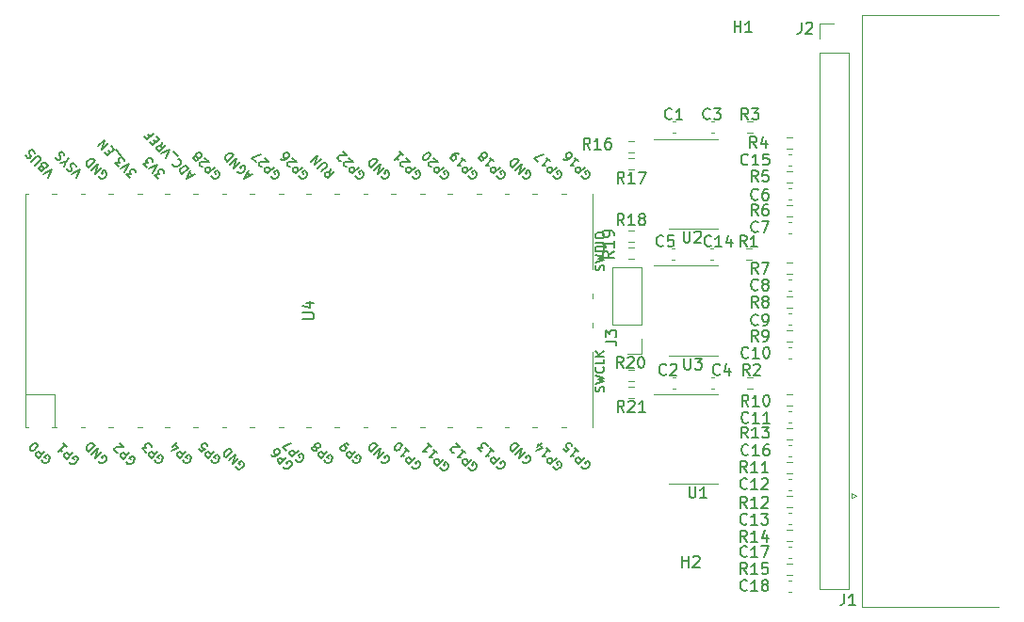
<source format=gbr>
%TF.GenerationSoftware,KiCad,Pcbnew,6.0.10-86aedd382b~118~ubuntu20.04.1*%
%TF.CreationDate,2022-12-30T18:50:17-08:00*%
%TF.ProjectId,parallel2usb,70617261-6c6c-4656-9c32-7573622e6b69,rev?*%
%TF.SameCoordinates,Original*%
%TF.FileFunction,Legend,Top*%
%TF.FilePolarity,Positive*%
%FSLAX46Y46*%
G04 Gerber Fmt 4.6, Leading zero omitted, Abs format (unit mm)*
G04 Created by KiCad (PCBNEW 6.0.10-86aedd382b~118~ubuntu20.04.1) date 2022-12-30 18:50:17*
%MOMM*%
%LPD*%
G01*
G04 APERTURE LIST*
%ADD10C,0.150000*%
%ADD11C,0.120000*%
G04 APERTURE END LIST*
D10*
%TO.C,R3*%
X187031333Y-84399380D02*
X186698000Y-83923190D01*
X186459904Y-84399380D02*
X186459904Y-83399380D01*
X186840857Y-83399380D01*
X186936095Y-83447000D01*
X186983714Y-83494619D01*
X187031333Y-83589857D01*
X187031333Y-83732714D01*
X186983714Y-83827952D01*
X186936095Y-83875571D01*
X186840857Y-83923190D01*
X186459904Y-83923190D01*
X187364666Y-83399380D02*
X187983714Y-83399380D01*
X187650380Y-83780333D01*
X187793238Y-83780333D01*
X187888476Y-83827952D01*
X187936095Y-83875571D01*
X187983714Y-83970809D01*
X187983714Y-84208904D01*
X187936095Y-84304142D01*
X187888476Y-84351761D01*
X187793238Y-84399380D01*
X187507523Y-84399380D01*
X187412285Y-84351761D01*
X187364666Y-84304142D01*
%TO.C,C3*%
X183602333Y-84304142D02*
X183554714Y-84351761D01*
X183411857Y-84399380D01*
X183316619Y-84399380D01*
X183173761Y-84351761D01*
X183078523Y-84256523D01*
X183030904Y-84161285D01*
X182983285Y-83970809D01*
X182983285Y-83827952D01*
X183030904Y-83637476D01*
X183078523Y-83542238D01*
X183173761Y-83447000D01*
X183316619Y-83399380D01*
X183411857Y-83399380D01*
X183554714Y-83447000D01*
X183602333Y-83494619D01*
X183935666Y-83399380D02*
X184554714Y-83399380D01*
X184221380Y-83780333D01*
X184364238Y-83780333D01*
X184459476Y-83827952D01*
X184507095Y-83875571D01*
X184554714Y-83970809D01*
X184554714Y-84208904D01*
X184507095Y-84304142D01*
X184459476Y-84351761D01*
X184364238Y-84399380D01*
X184078523Y-84399380D01*
X183983285Y-84351761D01*
X183935666Y-84304142D01*
%TO.C,C16*%
X187057642Y-114530142D02*
X187010023Y-114577761D01*
X186867166Y-114625380D01*
X186771928Y-114625380D01*
X186629071Y-114577761D01*
X186533833Y-114482523D01*
X186486214Y-114387285D01*
X186438595Y-114196809D01*
X186438595Y-114053952D01*
X186486214Y-113863476D01*
X186533833Y-113768238D01*
X186629071Y-113673000D01*
X186771928Y-113625380D01*
X186867166Y-113625380D01*
X187010023Y-113673000D01*
X187057642Y-113720619D01*
X188010023Y-114625380D02*
X187438595Y-114625380D01*
X187724309Y-114625380D02*
X187724309Y-113625380D01*
X187629071Y-113768238D01*
X187533833Y-113863476D01*
X187438595Y-113911095D01*
X188867166Y-113625380D02*
X188676690Y-113625380D01*
X188581452Y-113673000D01*
X188533833Y-113720619D01*
X188438595Y-113863476D01*
X188390976Y-114053952D01*
X188390976Y-114434904D01*
X188438595Y-114530142D01*
X188486214Y-114577761D01*
X188581452Y-114625380D01*
X188771928Y-114625380D01*
X188867166Y-114577761D01*
X188914785Y-114530142D01*
X188962404Y-114434904D01*
X188962404Y-114196809D01*
X188914785Y-114101571D01*
X188867166Y-114053952D01*
X188771928Y-114006333D01*
X188581452Y-114006333D01*
X188486214Y-114053952D01*
X188438595Y-114101571D01*
X188390976Y-114196809D01*
%TO.C,C17*%
X186936142Y-123674142D02*
X186888523Y-123721761D01*
X186745666Y-123769380D01*
X186650428Y-123769380D01*
X186507571Y-123721761D01*
X186412333Y-123626523D01*
X186364714Y-123531285D01*
X186317095Y-123340809D01*
X186317095Y-123197952D01*
X186364714Y-123007476D01*
X186412333Y-122912238D01*
X186507571Y-122817000D01*
X186650428Y-122769380D01*
X186745666Y-122769380D01*
X186888523Y-122817000D01*
X186936142Y-122864619D01*
X187888523Y-123769380D02*
X187317095Y-123769380D01*
X187602809Y-123769380D02*
X187602809Y-122769380D01*
X187507571Y-122912238D01*
X187412333Y-123007476D01*
X187317095Y-123055095D01*
X188221857Y-122769380D02*
X188888523Y-122769380D01*
X188459952Y-123769380D01*
%TO.C,H1*%
X185801095Y-76525380D02*
X185801095Y-75525380D01*
X185801095Y-76001571D02*
X186372523Y-76001571D01*
X186372523Y-76525380D02*
X186372523Y-75525380D01*
X187372523Y-76525380D02*
X186801095Y-76525380D01*
X187086809Y-76525380D02*
X187086809Y-75525380D01*
X186991571Y-75668238D01*
X186896333Y-75763476D01*
X186801095Y-75811095D01*
%TO.C,R9*%
X187920333Y-104338380D02*
X187587000Y-103862190D01*
X187348904Y-104338380D02*
X187348904Y-103338380D01*
X187729857Y-103338380D01*
X187825095Y-103386000D01*
X187872714Y-103433619D01*
X187920333Y-103528857D01*
X187920333Y-103671714D01*
X187872714Y-103766952D01*
X187825095Y-103814571D01*
X187729857Y-103862190D01*
X187348904Y-103862190D01*
X188396523Y-104338380D02*
X188587000Y-104338380D01*
X188682238Y-104290761D01*
X188729857Y-104243142D01*
X188825095Y-104100285D01*
X188872714Y-103909809D01*
X188872714Y-103528857D01*
X188825095Y-103433619D01*
X188777476Y-103386000D01*
X188682238Y-103338380D01*
X188491761Y-103338380D01*
X188396523Y-103386000D01*
X188348904Y-103433619D01*
X188301285Y-103528857D01*
X188301285Y-103766952D01*
X188348904Y-103862190D01*
X188396523Y-103909809D01*
X188491761Y-103957428D01*
X188682238Y-103957428D01*
X188777476Y-103909809D01*
X188825095Y-103862190D01*
X188872714Y-103766952D01*
%TO.C,C15*%
X187025642Y-88398142D02*
X186978023Y-88445761D01*
X186835166Y-88493380D01*
X186739928Y-88493380D01*
X186597071Y-88445761D01*
X186501833Y-88350523D01*
X186454214Y-88255285D01*
X186406595Y-88064809D01*
X186406595Y-87921952D01*
X186454214Y-87731476D01*
X186501833Y-87636238D01*
X186597071Y-87541000D01*
X186739928Y-87493380D01*
X186835166Y-87493380D01*
X186978023Y-87541000D01*
X187025642Y-87588619D01*
X187978023Y-88493380D02*
X187406595Y-88493380D01*
X187692309Y-88493380D02*
X187692309Y-87493380D01*
X187597071Y-87636238D01*
X187501833Y-87731476D01*
X187406595Y-87779095D01*
X188882785Y-87493380D02*
X188406595Y-87493380D01*
X188358976Y-87969571D01*
X188406595Y-87921952D01*
X188501833Y-87874333D01*
X188739928Y-87874333D01*
X188835166Y-87921952D01*
X188882785Y-87969571D01*
X188930404Y-88064809D01*
X188930404Y-88302904D01*
X188882785Y-88398142D01*
X188835166Y-88445761D01*
X188739928Y-88493380D01*
X188501833Y-88493380D01*
X188406595Y-88445761D01*
X188358976Y-88398142D01*
%TO.C,R18*%
X175887142Y-93891380D02*
X175553809Y-93415190D01*
X175315714Y-93891380D02*
X175315714Y-92891380D01*
X175696666Y-92891380D01*
X175791904Y-92939000D01*
X175839523Y-92986619D01*
X175887142Y-93081857D01*
X175887142Y-93224714D01*
X175839523Y-93319952D01*
X175791904Y-93367571D01*
X175696666Y-93415190D01*
X175315714Y-93415190D01*
X176839523Y-93891380D02*
X176268095Y-93891380D01*
X176553809Y-93891380D02*
X176553809Y-92891380D01*
X176458571Y-93034238D01*
X176363333Y-93129476D01*
X176268095Y-93177095D01*
X177410952Y-93319952D02*
X177315714Y-93272333D01*
X177268095Y-93224714D01*
X177220476Y-93129476D01*
X177220476Y-93081857D01*
X177268095Y-92986619D01*
X177315714Y-92939000D01*
X177410952Y-92891380D01*
X177601428Y-92891380D01*
X177696666Y-92939000D01*
X177744285Y-92986619D01*
X177791904Y-93081857D01*
X177791904Y-93129476D01*
X177744285Y-93224714D01*
X177696666Y-93272333D01*
X177601428Y-93319952D01*
X177410952Y-93319952D01*
X177315714Y-93367571D01*
X177268095Y-93415190D01*
X177220476Y-93510428D01*
X177220476Y-93700904D01*
X177268095Y-93796142D01*
X177315714Y-93843761D01*
X177410952Y-93891380D01*
X177601428Y-93891380D01*
X177696666Y-93843761D01*
X177744285Y-93796142D01*
X177791904Y-93700904D01*
X177791904Y-93510428D01*
X177744285Y-93415190D01*
X177696666Y-93367571D01*
X177601428Y-93319952D01*
%TO.C,C5*%
X179411333Y-95734142D02*
X179363714Y-95781761D01*
X179220857Y-95829380D01*
X179125619Y-95829380D01*
X178982761Y-95781761D01*
X178887523Y-95686523D01*
X178839904Y-95591285D01*
X178792285Y-95400809D01*
X178792285Y-95257952D01*
X178839904Y-95067476D01*
X178887523Y-94972238D01*
X178982761Y-94877000D01*
X179125619Y-94829380D01*
X179220857Y-94829380D01*
X179363714Y-94877000D01*
X179411333Y-94924619D01*
X180316095Y-94829380D02*
X179839904Y-94829380D01*
X179792285Y-95305571D01*
X179839904Y-95257952D01*
X179935142Y-95210333D01*
X180173238Y-95210333D01*
X180268476Y-95257952D01*
X180316095Y-95305571D01*
X180363714Y-95400809D01*
X180363714Y-95638904D01*
X180316095Y-95734142D01*
X180268476Y-95781761D01*
X180173238Y-95829380D01*
X179935142Y-95829380D01*
X179839904Y-95781761D01*
X179792285Y-95734142D01*
%TO.C,C11*%
X187063142Y-111609142D02*
X187015523Y-111656761D01*
X186872666Y-111704380D01*
X186777428Y-111704380D01*
X186634571Y-111656761D01*
X186539333Y-111561523D01*
X186491714Y-111466285D01*
X186444095Y-111275809D01*
X186444095Y-111132952D01*
X186491714Y-110942476D01*
X186539333Y-110847238D01*
X186634571Y-110752000D01*
X186777428Y-110704380D01*
X186872666Y-110704380D01*
X187015523Y-110752000D01*
X187063142Y-110799619D01*
X188015523Y-111704380D02*
X187444095Y-111704380D01*
X187729809Y-111704380D02*
X187729809Y-110704380D01*
X187634571Y-110847238D01*
X187539333Y-110942476D01*
X187444095Y-110990095D01*
X188967904Y-111704380D02*
X188396476Y-111704380D01*
X188682190Y-111704380D02*
X188682190Y-110704380D01*
X188586952Y-110847238D01*
X188491714Y-110942476D01*
X188396476Y-110990095D01*
%TO.C,R11*%
X186936142Y-116149380D02*
X186602809Y-115673190D01*
X186364714Y-116149380D02*
X186364714Y-115149380D01*
X186745666Y-115149380D01*
X186840904Y-115197000D01*
X186888523Y-115244619D01*
X186936142Y-115339857D01*
X186936142Y-115482714D01*
X186888523Y-115577952D01*
X186840904Y-115625571D01*
X186745666Y-115673190D01*
X186364714Y-115673190D01*
X187888523Y-116149380D02*
X187317095Y-116149380D01*
X187602809Y-116149380D02*
X187602809Y-115149380D01*
X187507571Y-115292238D01*
X187412333Y-115387476D01*
X187317095Y-115435095D01*
X188840904Y-116149380D02*
X188269476Y-116149380D01*
X188555190Y-116149380D02*
X188555190Y-115149380D01*
X188459952Y-115292238D01*
X188364714Y-115387476D01*
X188269476Y-115435095D01*
%TO.C,U1*%
X181737095Y-117435380D02*
X181737095Y-118244904D01*
X181784714Y-118340142D01*
X181832333Y-118387761D01*
X181927571Y-118435380D01*
X182118047Y-118435380D01*
X182213285Y-118387761D01*
X182260904Y-118340142D01*
X182308523Y-118244904D01*
X182308523Y-117435380D01*
X183308523Y-118435380D02*
X182737095Y-118435380D01*
X183022809Y-118435380D02*
X183022809Y-117435380D01*
X182927571Y-117578238D01*
X182832333Y-117673476D01*
X182737095Y-117721095D01*
%TO.C,R19*%
X174973880Y-96273857D02*
X174497690Y-96607190D01*
X174973880Y-96845285D02*
X173973880Y-96845285D01*
X173973880Y-96464333D01*
X174021500Y-96369095D01*
X174069119Y-96321476D01*
X174164357Y-96273857D01*
X174307214Y-96273857D01*
X174402452Y-96321476D01*
X174450071Y-96369095D01*
X174497690Y-96464333D01*
X174497690Y-96845285D01*
X174973880Y-95321476D02*
X174973880Y-95892904D01*
X174973880Y-95607190D02*
X173973880Y-95607190D01*
X174116738Y-95702428D01*
X174211976Y-95797666D01*
X174259595Y-95892904D01*
X174973880Y-94845285D02*
X174973880Y-94654809D01*
X174926261Y-94559571D01*
X174878642Y-94511952D01*
X174735785Y-94416714D01*
X174545309Y-94369095D01*
X174164357Y-94369095D01*
X174069119Y-94416714D01*
X174021500Y-94464333D01*
X173973880Y-94559571D01*
X173973880Y-94750047D01*
X174021500Y-94845285D01*
X174069119Y-94892904D01*
X174164357Y-94940523D01*
X174402452Y-94940523D01*
X174497690Y-94892904D01*
X174545309Y-94845285D01*
X174592928Y-94750047D01*
X174592928Y-94559571D01*
X174545309Y-94464333D01*
X174497690Y-94416714D01*
X174402452Y-94369095D01*
%TO.C,R16*%
X172839142Y-87066380D02*
X172505809Y-86590190D01*
X172267714Y-87066380D02*
X172267714Y-86066380D01*
X172648666Y-86066380D01*
X172743904Y-86114000D01*
X172791523Y-86161619D01*
X172839142Y-86256857D01*
X172839142Y-86399714D01*
X172791523Y-86494952D01*
X172743904Y-86542571D01*
X172648666Y-86590190D01*
X172267714Y-86590190D01*
X173791523Y-87066380D02*
X173220095Y-87066380D01*
X173505809Y-87066380D02*
X173505809Y-86066380D01*
X173410571Y-86209238D01*
X173315333Y-86304476D01*
X173220095Y-86352095D01*
X174648666Y-86066380D02*
X174458190Y-86066380D01*
X174362952Y-86114000D01*
X174315333Y-86161619D01*
X174220095Y-86304476D01*
X174172476Y-86494952D01*
X174172476Y-86875904D01*
X174220095Y-86971142D01*
X174267714Y-87018761D01*
X174362952Y-87066380D01*
X174553428Y-87066380D01*
X174648666Y-87018761D01*
X174696285Y-86971142D01*
X174743904Y-86875904D01*
X174743904Y-86637809D01*
X174696285Y-86542571D01*
X174648666Y-86494952D01*
X174553428Y-86447333D01*
X174362952Y-86447333D01*
X174267714Y-86494952D01*
X174220095Y-86542571D01*
X174172476Y-86637809D01*
%TO.C,C2*%
X179665333Y-107291142D02*
X179617714Y-107338761D01*
X179474857Y-107386380D01*
X179379619Y-107386380D01*
X179236761Y-107338761D01*
X179141523Y-107243523D01*
X179093904Y-107148285D01*
X179046285Y-106957809D01*
X179046285Y-106814952D01*
X179093904Y-106624476D01*
X179141523Y-106529238D01*
X179236761Y-106434000D01*
X179379619Y-106386380D01*
X179474857Y-106386380D01*
X179617714Y-106434000D01*
X179665333Y-106481619D01*
X180046285Y-106481619D02*
X180093904Y-106434000D01*
X180189142Y-106386380D01*
X180427238Y-106386380D01*
X180522476Y-106434000D01*
X180570095Y-106481619D01*
X180617714Y-106576857D01*
X180617714Y-106672095D01*
X180570095Y-106814952D01*
X179998666Y-107386380D01*
X180617714Y-107386380D01*
%TO.C,C4*%
X184491333Y-107291142D02*
X184443714Y-107338761D01*
X184300857Y-107386380D01*
X184205619Y-107386380D01*
X184062761Y-107338761D01*
X183967523Y-107243523D01*
X183919904Y-107148285D01*
X183872285Y-106957809D01*
X183872285Y-106814952D01*
X183919904Y-106624476D01*
X183967523Y-106529238D01*
X184062761Y-106434000D01*
X184205619Y-106386380D01*
X184300857Y-106386380D01*
X184443714Y-106434000D01*
X184491333Y-106481619D01*
X185348476Y-106719714D02*
X185348476Y-107386380D01*
X185110380Y-106338761D02*
X184872285Y-107053047D01*
X185491333Y-107053047D01*
%TO.C,U3*%
X181297595Y-105878380D02*
X181297595Y-106687904D01*
X181345214Y-106783142D01*
X181392833Y-106830761D01*
X181488071Y-106878380D01*
X181678547Y-106878380D01*
X181773785Y-106830761D01*
X181821404Y-106783142D01*
X181869023Y-106687904D01*
X181869023Y-105878380D01*
X182249976Y-105878380D02*
X182869023Y-105878380D01*
X182535690Y-106259333D01*
X182678547Y-106259333D01*
X182773785Y-106306952D01*
X182821404Y-106354571D01*
X182869023Y-106449809D01*
X182869023Y-106687904D01*
X182821404Y-106783142D01*
X182773785Y-106830761D01*
X182678547Y-106878380D01*
X182392833Y-106878380D01*
X182297595Y-106830761D01*
X182249976Y-106783142D01*
%TO.C,C9*%
X187920333Y-102846142D02*
X187872714Y-102893761D01*
X187729857Y-102941380D01*
X187634619Y-102941380D01*
X187491761Y-102893761D01*
X187396523Y-102798523D01*
X187348904Y-102703285D01*
X187301285Y-102512809D01*
X187301285Y-102369952D01*
X187348904Y-102179476D01*
X187396523Y-102084238D01*
X187491761Y-101989000D01*
X187634619Y-101941380D01*
X187729857Y-101941380D01*
X187872714Y-101989000D01*
X187920333Y-102036619D01*
X188396523Y-102941380D02*
X188587000Y-102941380D01*
X188682238Y-102893761D01*
X188729857Y-102846142D01*
X188825095Y-102703285D01*
X188872714Y-102512809D01*
X188872714Y-102131857D01*
X188825095Y-102036619D01*
X188777476Y-101989000D01*
X188682238Y-101941380D01*
X188491761Y-101941380D01*
X188396523Y-101989000D01*
X188348904Y-102036619D01*
X188301285Y-102131857D01*
X188301285Y-102369952D01*
X188348904Y-102465190D01*
X188396523Y-102512809D01*
X188491761Y-102560428D01*
X188682238Y-102560428D01*
X188777476Y-102512809D01*
X188825095Y-102465190D01*
X188872714Y-102369952D01*
%TO.C,R8*%
X187920333Y-101290380D02*
X187587000Y-100814190D01*
X187348904Y-101290380D02*
X187348904Y-100290380D01*
X187729857Y-100290380D01*
X187825095Y-100338000D01*
X187872714Y-100385619D01*
X187920333Y-100480857D01*
X187920333Y-100623714D01*
X187872714Y-100718952D01*
X187825095Y-100766571D01*
X187729857Y-100814190D01*
X187348904Y-100814190D01*
X188491761Y-100718952D02*
X188396523Y-100671333D01*
X188348904Y-100623714D01*
X188301285Y-100528476D01*
X188301285Y-100480857D01*
X188348904Y-100385619D01*
X188396523Y-100338000D01*
X188491761Y-100290380D01*
X188682238Y-100290380D01*
X188777476Y-100338000D01*
X188825095Y-100385619D01*
X188872714Y-100480857D01*
X188872714Y-100528476D01*
X188825095Y-100623714D01*
X188777476Y-100671333D01*
X188682238Y-100718952D01*
X188491761Y-100718952D01*
X188396523Y-100766571D01*
X188348904Y-100814190D01*
X188301285Y-100909428D01*
X188301285Y-101099904D01*
X188348904Y-101195142D01*
X188396523Y-101242761D01*
X188491761Y-101290380D01*
X188682238Y-101290380D01*
X188777476Y-101242761D01*
X188825095Y-101195142D01*
X188872714Y-101099904D01*
X188872714Y-100909428D01*
X188825095Y-100814190D01*
X188777476Y-100766571D01*
X188682238Y-100718952D01*
%TO.C,R6*%
X187920333Y-93035380D02*
X187587000Y-92559190D01*
X187348904Y-93035380D02*
X187348904Y-92035380D01*
X187729857Y-92035380D01*
X187825095Y-92083000D01*
X187872714Y-92130619D01*
X187920333Y-92225857D01*
X187920333Y-92368714D01*
X187872714Y-92463952D01*
X187825095Y-92511571D01*
X187729857Y-92559190D01*
X187348904Y-92559190D01*
X188777476Y-92035380D02*
X188587000Y-92035380D01*
X188491761Y-92083000D01*
X188444142Y-92130619D01*
X188348904Y-92273476D01*
X188301285Y-92463952D01*
X188301285Y-92844904D01*
X188348904Y-92940142D01*
X188396523Y-92987761D01*
X188491761Y-93035380D01*
X188682238Y-93035380D01*
X188777476Y-92987761D01*
X188825095Y-92940142D01*
X188872714Y-92844904D01*
X188872714Y-92606809D01*
X188825095Y-92511571D01*
X188777476Y-92463952D01*
X188682238Y-92416333D01*
X188491761Y-92416333D01*
X188396523Y-92463952D01*
X188348904Y-92511571D01*
X188301285Y-92606809D01*
%TO.C,J1*%
X195670997Y-127087380D02*
X195670997Y-127801666D01*
X195623378Y-127944523D01*
X195528140Y-128039761D01*
X195385283Y-128087380D01*
X195290045Y-128087380D01*
X196670997Y-128087380D02*
X196099569Y-128087380D01*
X196385283Y-128087380D02*
X196385283Y-127087380D01*
X196290045Y-127230238D01*
X196194807Y-127325476D01*
X196099569Y-127373095D01*
%TO.C,R2*%
X187158333Y-107386380D02*
X186825000Y-106910190D01*
X186586904Y-107386380D02*
X186586904Y-106386380D01*
X186967857Y-106386380D01*
X187063095Y-106434000D01*
X187110714Y-106481619D01*
X187158333Y-106576857D01*
X187158333Y-106719714D01*
X187110714Y-106814952D01*
X187063095Y-106862571D01*
X186967857Y-106910190D01*
X186586904Y-106910190D01*
X187539285Y-106481619D02*
X187586904Y-106434000D01*
X187682142Y-106386380D01*
X187920238Y-106386380D01*
X188015476Y-106434000D01*
X188063095Y-106481619D01*
X188110714Y-106576857D01*
X188110714Y-106672095D01*
X188063095Y-106814952D01*
X187491666Y-107386380D01*
X188110714Y-107386380D01*
%TO.C,R15*%
X186936142Y-125293380D02*
X186602809Y-124817190D01*
X186364714Y-125293380D02*
X186364714Y-124293380D01*
X186745666Y-124293380D01*
X186840904Y-124341000D01*
X186888523Y-124388619D01*
X186936142Y-124483857D01*
X186936142Y-124626714D01*
X186888523Y-124721952D01*
X186840904Y-124769571D01*
X186745666Y-124817190D01*
X186364714Y-124817190D01*
X187888523Y-125293380D02*
X187317095Y-125293380D01*
X187602809Y-125293380D02*
X187602809Y-124293380D01*
X187507571Y-124436238D01*
X187412333Y-124531476D01*
X187317095Y-124579095D01*
X188793285Y-124293380D02*
X188317095Y-124293380D01*
X188269476Y-124769571D01*
X188317095Y-124721952D01*
X188412333Y-124674333D01*
X188650428Y-124674333D01*
X188745666Y-124721952D01*
X188793285Y-124769571D01*
X188840904Y-124864809D01*
X188840904Y-125102904D01*
X188793285Y-125198142D01*
X188745666Y-125245761D01*
X188650428Y-125293380D01*
X188412333Y-125293380D01*
X188317095Y-125245761D01*
X188269476Y-125198142D01*
%TO.C,C10*%
X187063142Y-105767142D02*
X187015523Y-105814761D01*
X186872666Y-105862380D01*
X186777428Y-105862380D01*
X186634571Y-105814761D01*
X186539333Y-105719523D01*
X186491714Y-105624285D01*
X186444095Y-105433809D01*
X186444095Y-105290952D01*
X186491714Y-105100476D01*
X186539333Y-105005238D01*
X186634571Y-104910000D01*
X186777428Y-104862380D01*
X186872666Y-104862380D01*
X187015523Y-104910000D01*
X187063142Y-104957619D01*
X188015523Y-105862380D02*
X187444095Y-105862380D01*
X187729809Y-105862380D02*
X187729809Y-104862380D01*
X187634571Y-105005238D01*
X187539333Y-105100476D01*
X187444095Y-105148095D01*
X188634571Y-104862380D02*
X188729809Y-104862380D01*
X188825047Y-104910000D01*
X188872666Y-104957619D01*
X188920285Y-105052857D01*
X188967904Y-105243333D01*
X188967904Y-105481428D01*
X188920285Y-105671904D01*
X188872666Y-105767142D01*
X188825047Y-105814761D01*
X188729809Y-105862380D01*
X188634571Y-105862380D01*
X188539333Y-105814761D01*
X188491714Y-105767142D01*
X188444095Y-105671904D01*
X188396476Y-105481428D01*
X188396476Y-105243333D01*
X188444095Y-105052857D01*
X188491714Y-104957619D01*
X188539333Y-104910000D01*
X188634571Y-104862380D01*
%TO.C,C8*%
X187920333Y-99671142D02*
X187872714Y-99718761D01*
X187729857Y-99766380D01*
X187634619Y-99766380D01*
X187491761Y-99718761D01*
X187396523Y-99623523D01*
X187348904Y-99528285D01*
X187301285Y-99337809D01*
X187301285Y-99194952D01*
X187348904Y-99004476D01*
X187396523Y-98909238D01*
X187491761Y-98814000D01*
X187634619Y-98766380D01*
X187729857Y-98766380D01*
X187872714Y-98814000D01*
X187920333Y-98861619D01*
X188491761Y-99194952D02*
X188396523Y-99147333D01*
X188348904Y-99099714D01*
X188301285Y-99004476D01*
X188301285Y-98956857D01*
X188348904Y-98861619D01*
X188396523Y-98814000D01*
X188491761Y-98766380D01*
X188682238Y-98766380D01*
X188777476Y-98814000D01*
X188825095Y-98861619D01*
X188872714Y-98956857D01*
X188872714Y-99004476D01*
X188825095Y-99099714D01*
X188777476Y-99147333D01*
X188682238Y-99194952D01*
X188491761Y-99194952D01*
X188396523Y-99242571D01*
X188348904Y-99290190D01*
X188301285Y-99385428D01*
X188301285Y-99575904D01*
X188348904Y-99671142D01*
X188396523Y-99718761D01*
X188491761Y-99766380D01*
X188682238Y-99766380D01*
X188777476Y-99718761D01*
X188825095Y-99671142D01*
X188872714Y-99575904D01*
X188872714Y-99385428D01*
X188825095Y-99290190D01*
X188777476Y-99242571D01*
X188682238Y-99194952D01*
%TO.C,R14*%
X186936142Y-122372380D02*
X186602809Y-121896190D01*
X186364714Y-122372380D02*
X186364714Y-121372380D01*
X186745666Y-121372380D01*
X186840904Y-121420000D01*
X186888523Y-121467619D01*
X186936142Y-121562857D01*
X186936142Y-121705714D01*
X186888523Y-121800952D01*
X186840904Y-121848571D01*
X186745666Y-121896190D01*
X186364714Y-121896190D01*
X187888523Y-122372380D02*
X187317095Y-122372380D01*
X187602809Y-122372380D02*
X187602809Y-121372380D01*
X187507571Y-121515238D01*
X187412333Y-121610476D01*
X187317095Y-121658095D01*
X188745666Y-121705714D02*
X188745666Y-122372380D01*
X188507571Y-121324761D02*
X188269476Y-122039047D01*
X188888523Y-122039047D01*
%TO.C,J3*%
X174204380Y-104346333D02*
X174918666Y-104346333D01*
X175061523Y-104393952D01*
X175156761Y-104489190D01*
X175204380Y-104632047D01*
X175204380Y-104727285D01*
X174204380Y-103965380D02*
X174204380Y-103346333D01*
X174585333Y-103679666D01*
X174585333Y-103536809D01*
X174632952Y-103441571D01*
X174680571Y-103393952D01*
X174775809Y-103346333D01*
X175013904Y-103346333D01*
X175109142Y-103393952D01*
X175156761Y-103441571D01*
X175204380Y-103536809D01*
X175204380Y-103822523D01*
X175156761Y-103917761D01*
X175109142Y-103965380D01*
%TO.C,R13*%
X187007642Y-113041380D02*
X186674309Y-112565190D01*
X186436214Y-113041380D02*
X186436214Y-112041380D01*
X186817166Y-112041380D01*
X186912404Y-112089000D01*
X186960023Y-112136619D01*
X187007642Y-112231857D01*
X187007642Y-112374714D01*
X186960023Y-112469952D01*
X186912404Y-112517571D01*
X186817166Y-112565190D01*
X186436214Y-112565190D01*
X187960023Y-113041380D02*
X187388595Y-113041380D01*
X187674309Y-113041380D02*
X187674309Y-112041380D01*
X187579071Y-112184238D01*
X187483833Y-112279476D01*
X187388595Y-112327095D01*
X188293357Y-112041380D02*
X188912404Y-112041380D01*
X188579071Y-112422333D01*
X188721928Y-112422333D01*
X188817166Y-112469952D01*
X188864785Y-112517571D01*
X188912404Y-112612809D01*
X188912404Y-112850904D01*
X188864785Y-112946142D01*
X188817166Y-112993761D01*
X188721928Y-113041380D01*
X188436214Y-113041380D01*
X188340976Y-112993761D01*
X188293357Y-112946142D01*
%TO.C,R10*%
X187063142Y-110180380D02*
X186729809Y-109704190D01*
X186491714Y-110180380D02*
X186491714Y-109180380D01*
X186872666Y-109180380D01*
X186967904Y-109228000D01*
X187015523Y-109275619D01*
X187063142Y-109370857D01*
X187063142Y-109513714D01*
X187015523Y-109608952D01*
X186967904Y-109656571D01*
X186872666Y-109704190D01*
X186491714Y-109704190D01*
X188015523Y-110180380D02*
X187444095Y-110180380D01*
X187729809Y-110180380D02*
X187729809Y-109180380D01*
X187634571Y-109323238D01*
X187539333Y-109418476D01*
X187444095Y-109466095D01*
X188634571Y-109180380D02*
X188729809Y-109180380D01*
X188825047Y-109228000D01*
X188872666Y-109275619D01*
X188920285Y-109370857D01*
X188967904Y-109561333D01*
X188967904Y-109799428D01*
X188920285Y-109989904D01*
X188872666Y-110085142D01*
X188825047Y-110132761D01*
X188729809Y-110180380D01*
X188634571Y-110180380D01*
X188539333Y-110132761D01*
X188491714Y-110085142D01*
X188444095Y-109989904D01*
X188396476Y-109799428D01*
X188396476Y-109561333D01*
X188444095Y-109370857D01*
X188491714Y-109275619D01*
X188539333Y-109228000D01*
X188634571Y-109180380D01*
%TO.C,R21*%
X175887142Y-110688380D02*
X175553809Y-110212190D01*
X175315714Y-110688380D02*
X175315714Y-109688380D01*
X175696666Y-109688380D01*
X175791904Y-109736000D01*
X175839523Y-109783619D01*
X175887142Y-109878857D01*
X175887142Y-110021714D01*
X175839523Y-110116952D01*
X175791904Y-110164571D01*
X175696666Y-110212190D01*
X175315714Y-110212190D01*
X176268095Y-109783619D02*
X176315714Y-109736000D01*
X176410952Y-109688380D01*
X176649047Y-109688380D01*
X176744285Y-109736000D01*
X176791904Y-109783619D01*
X176839523Y-109878857D01*
X176839523Y-109974095D01*
X176791904Y-110116952D01*
X176220476Y-110688380D01*
X176839523Y-110688380D01*
X177791904Y-110688380D02*
X177220476Y-110688380D01*
X177506190Y-110688380D02*
X177506190Y-109688380D01*
X177410952Y-109831238D01*
X177315714Y-109926476D01*
X177220476Y-109974095D01*
%TO.C,C6*%
X187920333Y-91543142D02*
X187872714Y-91590761D01*
X187729857Y-91638380D01*
X187634619Y-91638380D01*
X187491761Y-91590761D01*
X187396523Y-91495523D01*
X187348904Y-91400285D01*
X187301285Y-91209809D01*
X187301285Y-91066952D01*
X187348904Y-90876476D01*
X187396523Y-90781238D01*
X187491761Y-90686000D01*
X187634619Y-90638380D01*
X187729857Y-90638380D01*
X187872714Y-90686000D01*
X187920333Y-90733619D01*
X188777476Y-90638380D02*
X188587000Y-90638380D01*
X188491761Y-90686000D01*
X188444142Y-90733619D01*
X188348904Y-90876476D01*
X188301285Y-91066952D01*
X188301285Y-91447904D01*
X188348904Y-91543142D01*
X188396523Y-91590761D01*
X188491761Y-91638380D01*
X188682238Y-91638380D01*
X188777476Y-91590761D01*
X188825095Y-91543142D01*
X188872714Y-91447904D01*
X188872714Y-91209809D01*
X188825095Y-91114571D01*
X188777476Y-91066952D01*
X188682238Y-91019333D01*
X188491761Y-91019333D01*
X188396523Y-91066952D01*
X188348904Y-91114571D01*
X188301285Y-91209809D01*
%TO.C,C12*%
X186936142Y-117578142D02*
X186888523Y-117625761D01*
X186745666Y-117673380D01*
X186650428Y-117673380D01*
X186507571Y-117625761D01*
X186412333Y-117530523D01*
X186364714Y-117435285D01*
X186317095Y-117244809D01*
X186317095Y-117101952D01*
X186364714Y-116911476D01*
X186412333Y-116816238D01*
X186507571Y-116721000D01*
X186650428Y-116673380D01*
X186745666Y-116673380D01*
X186888523Y-116721000D01*
X186936142Y-116768619D01*
X187888523Y-117673380D02*
X187317095Y-117673380D01*
X187602809Y-117673380D02*
X187602809Y-116673380D01*
X187507571Y-116816238D01*
X187412333Y-116911476D01*
X187317095Y-116959095D01*
X188269476Y-116768619D02*
X188317095Y-116721000D01*
X188412333Y-116673380D01*
X188650428Y-116673380D01*
X188745666Y-116721000D01*
X188793285Y-116768619D01*
X188840904Y-116863857D01*
X188840904Y-116959095D01*
X188793285Y-117101952D01*
X188221857Y-117673380D01*
X188840904Y-117673380D01*
%TO.C,C14*%
X183708142Y-95734142D02*
X183660523Y-95781761D01*
X183517666Y-95829380D01*
X183422428Y-95829380D01*
X183279571Y-95781761D01*
X183184333Y-95686523D01*
X183136714Y-95591285D01*
X183089095Y-95400809D01*
X183089095Y-95257952D01*
X183136714Y-95067476D01*
X183184333Y-94972238D01*
X183279571Y-94877000D01*
X183422428Y-94829380D01*
X183517666Y-94829380D01*
X183660523Y-94877000D01*
X183708142Y-94924619D01*
X184660523Y-95829380D02*
X184089095Y-95829380D01*
X184374809Y-95829380D02*
X184374809Y-94829380D01*
X184279571Y-94972238D01*
X184184333Y-95067476D01*
X184089095Y-95115095D01*
X185517666Y-95162714D02*
X185517666Y-95829380D01*
X185279571Y-94781761D02*
X185041476Y-95496047D01*
X185660523Y-95496047D01*
%TO.C,C1*%
X180173333Y-84304142D02*
X180125714Y-84351761D01*
X179982857Y-84399380D01*
X179887619Y-84399380D01*
X179744761Y-84351761D01*
X179649523Y-84256523D01*
X179601904Y-84161285D01*
X179554285Y-83970809D01*
X179554285Y-83827952D01*
X179601904Y-83637476D01*
X179649523Y-83542238D01*
X179744761Y-83447000D01*
X179887619Y-83399380D01*
X179982857Y-83399380D01*
X180125714Y-83447000D01*
X180173333Y-83494619D01*
X181125714Y-84399380D02*
X180554285Y-84399380D01*
X180840000Y-84399380D02*
X180840000Y-83399380D01*
X180744761Y-83542238D01*
X180649523Y-83637476D01*
X180554285Y-83685095D01*
%TO.C,R17*%
X175887142Y-90114380D02*
X175553809Y-89638190D01*
X175315714Y-90114380D02*
X175315714Y-89114380D01*
X175696666Y-89114380D01*
X175791904Y-89162000D01*
X175839523Y-89209619D01*
X175887142Y-89304857D01*
X175887142Y-89447714D01*
X175839523Y-89542952D01*
X175791904Y-89590571D01*
X175696666Y-89638190D01*
X175315714Y-89638190D01*
X176839523Y-90114380D02*
X176268095Y-90114380D01*
X176553809Y-90114380D02*
X176553809Y-89114380D01*
X176458571Y-89257238D01*
X176363333Y-89352476D01*
X176268095Y-89400095D01*
X177172857Y-89114380D02*
X177839523Y-89114380D01*
X177410952Y-90114380D01*
%TO.C,C18*%
X186936142Y-126722142D02*
X186888523Y-126769761D01*
X186745666Y-126817380D01*
X186650428Y-126817380D01*
X186507571Y-126769761D01*
X186412333Y-126674523D01*
X186364714Y-126579285D01*
X186317095Y-126388809D01*
X186317095Y-126245952D01*
X186364714Y-126055476D01*
X186412333Y-125960238D01*
X186507571Y-125865000D01*
X186650428Y-125817380D01*
X186745666Y-125817380D01*
X186888523Y-125865000D01*
X186936142Y-125912619D01*
X187888523Y-126817380D02*
X187317095Y-126817380D01*
X187602809Y-126817380D02*
X187602809Y-125817380D01*
X187507571Y-125960238D01*
X187412333Y-126055476D01*
X187317095Y-126103095D01*
X188459952Y-126245952D02*
X188364714Y-126198333D01*
X188317095Y-126150714D01*
X188269476Y-126055476D01*
X188269476Y-126007857D01*
X188317095Y-125912619D01*
X188364714Y-125865000D01*
X188459952Y-125817380D01*
X188650428Y-125817380D01*
X188745666Y-125865000D01*
X188793285Y-125912619D01*
X188840904Y-126007857D01*
X188840904Y-126055476D01*
X188793285Y-126150714D01*
X188745666Y-126198333D01*
X188650428Y-126245952D01*
X188459952Y-126245952D01*
X188364714Y-126293571D01*
X188317095Y-126341190D01*
X188269476Y-126436428D01*
X188269476Y-126626904D01*
X188317095Y-126722142D01*
X188364714Y-126769761D01*
X188459952Y-126817380D01*
X188650428Y-126817380D01*
X188745666Y-126769761D01*
X188793285Y-126722142D01*
X188840904Y-126626904D01*
X188840904Y-126436428D01*
X188793285Y-126341190D01*
X188745666Y-126293571D01*
X188650428Y-126245952D01*
%TO.C,R7*%
X187920333Y-98242380D02*
X187587000Y-97766190D01*
X187348904Y-98242380D02*
X187348904Y-97242380D01*
X187729857Y-97242380D01*
X187825095Y-97290000D01*
X187872714Y-97337619D01*
X187920333Y-97432857D01*
X187920333Y-97575714D01*
X187872714Y-97670952D01*
X187825095Y-97718571D01*
X187729857Y-97766190D01*
X187348904Y-97766190D01*
X188253666Y-97242380D02*
X188920333Y-97242380D01*
X188491761Y-98242380D01*
%TO.C,R12*%
X186936142Y-119324380D02*
X186602809Y-118848190D01*
X186364714Y-119324380D02*
X186364714Y-118324380D01*
X186745666Y-118324380D01*
X186840904Y-118372000D01*
X186888523Y-118419619D01*
X186936142Y-118514857D01*
X186936142Y-118657714D01*
X186888523Y-118752952D01*
X186840904Y-118800571D01*
X186745666Y-118848190D01*
X186364714Y-118848190D01*
X187888523Y-119324380D02*
X187317095Y-119324380D01*
X187602809Y-119324380D02*
X187602809Y-118324380D01*
X187507571Y-118467238D01*
X187412333Y-118562476D01*
X187317095Y-118610095D01*
X188269476Y-118419619D02*
X188317095Y-118372000D01*
X188412333Y-118324380D01*
X188650428Y-118324380D01*
X188745666Y-118372000D01*
X188793285Y-118419619D01*
X188840904Y-118514857D01*
X188840904Y-118610095D01*
X188793285Y-118752952D01*
X188221857Y-119324380D01*
X188840904Y-119324380D01*
%TO.C,C13*%
X186936142Y-120753142D02*
X186888523Y-120800761D01*
X186745666Y-120848380D01*
X186650428Y-120848380D01*
X186507571Y-120800761D01*
X186412333Y-120705523D01*
X186364714Y-120610285D01*
X186317095Y-120419809D01*
X186317095Y-120276952D01*
X186364714Y-120086476D01*
X186412333Y-119991238D01*
X186507571Y-119896000D01*
X186650428Y-119848380D01*
X186745666Y-119848380D01*
X186888523Y-119896000D01*
X186936142Y-119943619D01*
X187888523Y-120848380D02*
X187317095Y-120848380D01*
X187602809Y-120848380D02*
X187602809Y-119848380D01*
X187507571Y-119991238D01*
X187412333Y-120086476D01*
X187317095Y-120134095D01*
X188221857Y-119848380D02*
X188840904Y-119848380D01*
X188507571Y-120229333D01*
X188650428Y-120229333D01*
X188745666Y-120276952D01*
X188793285Y-120324571D01*
X188840904Y-120419809D01*
X188840904Y-120657904D01*
X188793285Y-120753142D01*
X188745666Y-120800761D01*
X188650428Y-120848380D01*
X188364714Y-120848380D01*
X188269476Y-120800761D01*
X188221857Y-120753142D01*
%TO.C,R20*%
X175807142Y-106751380D02*
X175473809Y-106275190D01*
X175235714Y-106751380D02*
X175235714Y-105751380D01*
X175616666Y-105751380D01*
X175711904Y-105799000D01*
X175759523Y-105846619D01*
X175807142Y-105941857D01*
X175807142Y-106084714D01*
X175759523Y-106179952D01*
X175711904Y-106227571D01*
X175616666Y-106275190D01*
X175235714Y-106275190D01*
X176188095Y-105846619D02*
X176235714Y-105799000D01*
X176330952Y-105751380D01*
X176569047Y-105751380D01*
X176664285Y-105799000D01*
X176711904Y-105846619D01*
X176759523Y-105941857D01*
X176759523Y-106037095D01*
X176711904Y-106179952D01*
X176140476Y-106751380D01*
X176759523Y-106751380D01*
X177378571Y-105751380D02*
X177473809Y-105751380D01*
X177569047Y-105799000D01*
X177616666Y-105846619D01*
X177664285Y-105941857D01*
X177711904Y-106132333D01*
X177711904Y-106370428D01*
X177664285Y-106560904D01*
X177616666Y-106656142D01*
X177569047Y-106703761D01*
X177473809Y-106751380D01*
X177378571Y-106751380D01*
X177283333Y-106703761D01*
X177235714Y-106656142D01*
X177188095Y-106560904D01*
X177140476Y-106370428D01*
X177140476Y-106132333D01*
X177188095Y-105941857D01*
X177235714Y-105846619D01*
X177283333Y-105799000D01*
X177378571Y-105751380D01*
%TO.C,C7*%
X187920333Y-94464142D02*
X187872714Y-94511761D01*
X187729857Y-94559380D01*
X187634619Y-94559380D01*
X187491761Y-94511761D01*
X187396523Y-94416523D01*
X187348904Y-94321285D01*
X187301285Y-94130809D01*
X187301285Y-93987952D01*
X187348904Y-93797476D01*
X187396523Y-93702238D01*
X187491761Y-93607000D01*
X187634619Y-93559380D01*
X187729857Y-93559380D01*
X187872714Y-93607000D01*
X187920333Y-93654619D01*
X188253666Y-93559380D02*
X188920333Y-93559380D01*
X188491761Y-94559380D01*
%TO.C,U4*%
X147002380Y-102361904D02*
X147811904Y-102361904D01*
X147907142Y-102314285D01*
X147954761Y-102266666D01*
X148002380Y-102171428D01*
X148002380Y-101980952D01*
X147954761Y-101885714D01*
X147907142Y-101838095D01*
X147811904Y-101790476D01*
X147002380Y-101790476D01*
X147335714Y-100885714D02*
X148002380Y-100885714D01*
X146954761Y-101123809D02*
X147669047Y-101361904D01*
X147669047Y-100742857D01*
X144140592Y-89502277D02*
X144167529Y-89583089D01*
X144248341Y-89663902D01*
X144356091Y-89717776D01*
X144463841Y-89717776D01*
X144544653Y-89690839D01*
X144679340Y-89610027D01*
X144760152Y-89529215D01*
X144840964Y-89394528D01*
X144867902Y-89313715D01*
X144867902Y-89205966D01*
X144814027Y-89098216D01*
X144760152Y-89044341D01*
X144652402Y-88990467D01*
X144598528Y-88990467D01*
X144409966Y-89179028D01*
X144517715Y-89286778D01*
X144409966Y-88694155D02*
X143844280Y-89259841D01*
X143628781Y-89044341D01*
X143601844Y-88963529D01*
X143601844Y-88909654D01*
X143628781Y-88828842D01*
X143709593Y-88748030D01*
X143790406Y-88721093D01*
X143844280Y-88721093D01*
X143925093Y-88748030D01*
X144140592Y-88963529D01*
X143359407Y-88667218D02*
X143305532Y-88667218D01*
X143224720Y-88640280D01*
X143090033Y-88505593D01*
X143063096Y-88424781D01*
X143063096Y-88370906D01*
X143090033Y-88290094D01*
X143143908Y-88236219D01*
X143251658Y-88182345D01*
X143898155Y-88182345D01*
X143547969Y-87832158D01*
X142793722Y-88209282D02*
X142416598Y-87832158D01*
X143224720Y-87508910D01*
X164450592Y-89502277D02*
X164477529Y-89583089D01*
X164558341Y-89663902D01*
X164666091Y-89717776D01*
X164773841Y-89717776D01*
X164854653Y-89690839D01*
X164989340Y-89610027D01*
X165070152Y-89529215D01*
X165150964Y-89394528D01*
X165177902Y-89313715D01*
X165177902Y-89205966D01*
X165124027Y-89098216D01*
X165070152Y-89044341D01*
X164962402Y-88990467D01*
X164908528Y-88990467D01*
X164719966Y-89179028D01*
X164827715Y-89286778D01*
X164719966Y-88694155D02*
X164154280Y-89259841D01*
X163938781Y-89044341D01*
X163911844Y-88963529D01*
X163911844Y-88909654D01*
X163938781Y-88828842D01*
X164019593Y-88748030D01*
X164100406Y-88721093D01*
X164154280Y-88721093D01*
X164235093Y-88748030D01*
X164450592Y-88963529D01*
X163857969Y-87832158D02*
X164181218Y-88155407D01*
X164019593Y-87993783D02*
X163453908Y-88559468D01*
X163588595Y-88532531D01*
X163696345Y-88532531D01*
X163777157Y-88559468D01*
X163211471Y-87832158D02*
X163238409Y-87912971D01*
X163238409Y-87966845D01*
X163211471Y-88047658D01*
X163184534Y-88074595D01*
X163103722Y-88101532D01*
X163049847Y-88101532D01*
X162969035Y-88074595D01*
X162861285Y-87966845D01*
X162834348Y-87886033D01*
X162834348Y-87832158D01*
X162861285Y-87751346D01*
X162888223Y-87724409D01*
X162969035Y-87697471D01*
X163022910Y-87697471D01*
X163103722Y-87724409D01*
X163211471Y-87832158D01*
X163292284Y-87859096D01*
X163346158Y-87859096D01*
X163426971Y-87832158D01*
X163534720Y-87724409D01*
X163561658Y-87643597D01*
X163561658Y-87589722D01*
X163534720Y-87508910D01*
X163426971Y-87401160D01*
X163346158Y-87374223D01*
X163292284Y-87374223D01*
X163211471Y-87401160D01*
X163103722Y-87508910D01*
X163076784Y-87589722D01*
X163076784Y-87643597D01*
X163103722Y-87724409D01*
X138796592Y-89502277D02*
X138823529Y-89583089D01*
X138904341Y-89663902D01*
X139012091Y-89717776D01*
X139119841Y-89717776D01*
X139200653Y-89690839D01*
X139335340Y-89610027D01*
X139416152Y-89529215D01*
X139496964Y-89394528D01*
X139523902Y-89313715D01*
X139523902Y-89205966D01*
X139470027Y-89098216D01*
X139416152Y-89044341D01*
X139308402Y-88990467D01*
X139254528Y-88990467D01*
X139065966Y-89179028D01*
X139173715Y-89286778D01*
X139065966Y-88694155D02*
X138500280Y-89259841D01*
X138284781Y-89044341D01*
X138257844Y-88963529D01*
X138257844Y-88909654D01*
X138284781Y-88828842D01*
X138365593Y-88748030D01*
X138446406Y-88721093D01*
X138500280Y-88721093D01*
X138581093Y-88748030D01*
X138796592Y-88963529D01*
X138015407Y-88667218D02*
X137961532Y-88667218D01*
X137880720Y-88640280D01*
X137746033Y-88505593D01*
X137719096Y-88424781D01*
X137719096Y-88370906D01*
X137746033Y-88290094D01*
X137799908Y-88236219D01*
X137907658Y-88182345D01*
X138554155Y-88182345D01*
X138203969Y-87832158D01*
X137557471Y-87832158D02*
X137584409Y-87912971D01*
X137584409Y-87966845D01*
X137557471Y-88047658D01*
X137530534Y-88074595D01*
X137449722Y-88101532D01*
X137395847Y-88101532D01*
X137315035Y-88074595D01*
X137207285Y-87966845D01*
X137180348Y-87886033D01*
X137180348Y-87832158D01*
X137207285Y-87751346D01*
X137234223Y-87724409D01*
X137315035Y-87697471D01*
X137368910Y-87697471D01*
X137449722Y-87724409D01*
X137557471Y-87832158D01*
X137638284Y-87859096D01*
X137692158Y-87859096D01*
X137772971Y-87832158D01*
X137880720Y-87724409D01*
X137907658Y-87643597D01*
X137907658Y-87589722D01*
X137880720Y-87508910D01*
X137772971Y-87401160D01*
X137692158Y-87374223D01*
X137638284Y-87374223D01*
X137557471Y-87401160D01*
X137449722Y-87508910D01*
X137422784Y-87589722D01*
X137422784Y-87643597D01*
X137449722Y-87724409D01*
X154048155Y-115113841D02*
X154075093Y-115194653D01*
X154155905Y-115275465D01*
X154263654Y-115329340D01*
X154371404Y-115329340D01*
X154452216Y-115302402D01*
X154586903Y-115221590D01*
X154667715Y-115140778D01*
X154748528Y-115006091D01*
X154775465Y-114925279D01*
X154775465Y-114817529D01*
X154721590Y-114709780D01*
X154667715Y-114655905D01*
X154559966Y-114602030D01*
X154506091Y-114602030D01*
X154317529Y-114790592D01*
X154425279Y-114898341D01*
X154317529Y-114305719D02*
X153751844Y-114871404D01*
X153994280Y-113982470D01*
X153428595Y-114548155D01*
X153724906Y-113713096D02*
X153159221Y-114278781D01*
X153024534Y-114144094D01*
X152970659Y-114036345D01*
X152970659Y-113928595D01*
X152997597Y-113847783D01*
X153078409Y-113713096D01*
X153159221Y-113632284D01*
X153293908Y-113551471D01*
X153374720Y-113524534D01*
X153482470Y-113524534D01*
X153590219Y-113578409D01*
X153724906Y-113713096D01*
X140991155Y-115648841D02*
X141018093Y-115729653D01*
X141098905Y-115810465D01*
X141206654Y-115864340D01*
X141314404Y-115864340D01*
X141395216Y-115837402D01*
X141529903Y-115756590D01*
X141610715Y-115675778D01*
X141691528Y-115541091D01*
X141718465Y-115460279D01*
X141718465Y-115352529D01*
X141664590Y-115244780D01*
X141610715Y-115190905D01*
X141502966Y-115137030D01*
X141449091Y-115137030D01*
X141260529Y-115325592D01*
X141368279Y-115433341D01*
X141260529Y-114840719D02*
X140694844Y-115406404D01*
X140937280Y-114517470D01*
X140371595Y-115083155D01*
X140667906Y-114248096D02*
X140102221Y-114813781D01*
X139967534Y-114679094D01*
X139913659Y-114571345D01*
X139913659Y-114463595D01*
X139940597Y-114382783D01*
X140021409Y-114248096D01*
X140102221Y-114167284D01*
X140236908Y-114086471D01*
X140317720Y-114059534D01*
X140425470Y-114059534D01*
X140533219Y-114113409D01*
X140667906Y-114248096D01*
X166748155Y-89513841D02*
X166775093Y-89594653D01*
X166855905Y-89675465D01*
X166963654Y-89729340D01*
X167071404Y-89729340D01*
X167152216Y-89702402D01*
X167286903Y-89621590D01*
X167367715Y-89540778D01*
X167448528Y-89406091D01*
X167475465Y-89325279D01*
X167475465Y-89217529D01*
X167421590Y-89109780D01*
X167367715Y-89055905D01*
X167259966Y-89002030D01*
X167206091Y-89002030D01*
X167017529Y-89190592D01*
X167125279Y-89298341D01*
X167017529Y-88705719D02*
X166451844Y-89271404D01*
X166694280Y-88382470D01*
X166128595Y-88948155D01*
X166424906Y-88113096D02*
X165859221Y-88678781D01*
X165724534Y-88544094D01*
X165670659Y-88436345D01*
X165670659Y-88328595D01*
X165697597Y-88247783D01*
X165778409Y-88113096D01*
X165859221Y-88032284D01*
X165993908Y-87951471D01*
X166074720Y-87924534D01*
X166182470Y-87924534D01*
X166290219Y-87978409D01*
X166424906Y-88113096D01*
X134040592Y-89710152D02*
X133690406Y-89359966D01*
X134094467Y-89333028D01*
X134013654Y-89252216D01*
X133986717Y-89171404D01*
X133986717Y-89117529D01*
X134013654Y-89036717D01*
X134148341Y-88902030D01*
X134229154Y-88875093D01*
X134283028Y-88875093D01*
X134363841Y-88902030D01*
X134525465Y-89063654D01*
X134552402Y-89144467D01*
X134552402Y-89198341D01*
X133528781Y-89198341D02*
X133905905Y-88444094D01*
X133151658Y-88821218D01*
X133016971Y-88686531D02*
X132666784Y-88336345D01*
X133070845Y-88309407D01*
X132990033Y-88228595D01*
X132963096Y-88147783D01*
X132963096Y-88093908D01*
X132990033Y-88013096D01*
X133124720Y-87878409D01*
X133205532Y-87851471D01*
X133259407Y-87851471D01*
X133340219Y-87878409D01*
X133501844Y-88040033D01*
X133528781Y-88120845D01*
X133528781Y-88174720D01*
X159370592Y-89502277D02*
X159397529Y-89583089D01*
X159478341Y-89663902D01*
X159586091Y-89717776D01*
X159693841Y-89717776D01*
X159774653Y-89690839D01*
X159909340Y-89610027D01*
X159990152Y-89529215D01*
X160070964Y-89394528D01*
X160097902Y-89313715D01*
X160097902Y-89205966D01*
X160044027Y-89098216D01*
X159990152Y-89044341D01*
X159882402Y-88990467D01*
X159828528Y-88990467D01*
X159639966Y-89179028D01*
X159747715Y-89286778D01*
X159639966Y-88694155D02*
X159074280Y-89259841D01*
X158858781Y-89044341D01*
X158831844Y-88963529D01*
X158831844Y-88909654D01*
X158858781Y-88828842D01*
X158939593Y-88748030D01*
X159020406Y-88721093D01*
X159074280Y-88721093D01*
X159155093Y-88748030D01*
X159370592Y-88963529D01*
X158589407Y-88667218D02*
X158535532Y-88667218D01*
X158454720Y-88640280D01*
X158320033Y-88505593D01*
X158293096Y-88424781D01*
X158293096Y-88370906D01*
X158320033Y-88290094D01*
X158373908Y-88236219D01*
X158481658Y-88182345D01*
X159128155Y-88182345D01*
X158777969Y-87832158D01*
X157862097Y-88047658D02*
X157808223Y-87993783D01*
X157781285Y-87912971D01*
X157781285Y-87859096D01*
X157808223Y-87778284D01*
X157889035Y-87643597D01*
X158023722Y-87508910D01*
X158158409Y-87428097D01*
X158239221Y-87401160D01*
X158293096Y-87401160D01*
X158373908Y-87428097D01*
X158427783Y-87481972D01*
X158454720Y-87562784D01*
X158454720Y-87616659D01*
X158427783Y-87697471D01*
X158346971Y-87832158D01*
X158212284Y-87966845D01*
X158077597Y-88047658D01*
X157996784Y-88074595D01*
X157942910Y-88074595D01*
X157862097Y-88047658D01*
X146371218Y-114986903D02*
X146398155Y-115067715D01*
X146478967Y-115148528D01*
X146586717Y-115202402D01*
X146694467Y-115202402D01*
X146775279Y-115175465D01*
X146909966Y-115094653D01*
X146990778Y-115013841D01*
X147071590Y-114879154D01*
X147098528Y-114798341D01*
X147098528Y-114690592D01*
X147044653Y-114582842D01*
X146990778Y-114528967D01*
X146883028Y-114475093D01*
X146829154Y-114475093D01*
X146640592Y-114663654D01*
X146748341Y-114771404D01*
X146640592Y-114178781D02*
X146074906Y-114744467D01*
X145859407Y-114528967D01*
X145832470Y-114448155D01*
X145832470Y-114394280D01*
X145859407Y-114313468D01*
X145940219Y-114232656D01*
X146021032Y-114205719D01*
X146074906Y-114205719D01*
X146155719Y-114232656D01*
X146371218Y-114448155D01*
X145563096Y-114232656D02*
X145185972Y-113855532D01*
X145994094Y-113532284D01*
X146670592Y-89502277D02*
X146697529Y-89583089D01*
X146778341Y-89663902D01*
X146886091Y-89717776D01*
X146993841Y-89717776D01*
X147074653Y-89690839D01*
X147209340Y-89610027D01*
X147290152Y-89529215D01*
X147370964Y-89394528D01*
X147397902Y-89313715D01*
X147397902Y-89205966D01*
X147344027Y-89098216D01*
X147290152Y-89044341D01*
X147182402Y-88990467D01*
X147128528Y-88990467D01*
X146939966Y-89179028D01*
X147047715Y-89286778D01*
X146939966Y-88694155D02*
X146374280Y-89259841D01*
X146158781Y-89044341D01*
X146131844Y-88963529D01*
X146131844Y-88909654D01*
X146158781Y-88828842D01*
X146239593Y-88748030D01*
X146320406Y-88721093D01*
X146374280Y-88721093D01*
X146455093Y-88748030D01*
X146670592Y-88963529D01*
X145889407Y-88667218D02*
X145835532Y-88667218D01*
X145754720Y-88640280D01*
X145620033Y-88505593D01*
X145593096Y-88424781D01*
X145593096Y-88370906D01*
X145620033Y-88290094D01*
X145673908Y-88236219D01*
X145781658Y-88182345D01*
X146428155Y-88182345D01*
X146077969Y-87832158D01*
X145027410Y-87912971D02*
X145135160Y-88020720D01*
X145215972Y-88047658D01*
X145269847Y-88047658D01*
X145404534Y-88020720D01*
X145539221Y-87939908D01*
X145754720Y-87724409D01*
X145781658Y-87643597D01*
X145781658Y-87589722D01*
X145754720Y-87508910D01*
X145646971Y-87401160D01*
X145566158Y-87374223D01*
X145512284Y-87374223D01*
X145431471Y-87401160D01*
X145296784Y-87535847D01*
X145269847Y-87616659D01*
X145269847Y-87670534D01*
X145296784Y-87751346D01*
X145404534Y-87859096D01*
X145485346Y-87886033D01*
X145539221Y-87886033D01*
X145620033Y-87859096D01*
X142290964Y-89448402D02*
X142021590Y-89179028D01*
X142506463Y-89340653D02*
X141752216Y-89717776D01*
X142129340Y-88963529D01*
X141105719Y-89017404D02*
X141132656Y-89098216D01*
X141213468Y-89179028D01*
X141321218Y-89232903D01*
X141428967Y-89232903D01*
X141509780Y-89205966D01*
X141644467Y-89125154D01*
X141725279Y-89044341D01*
X141806091Y-88909654D01*
X141833028Y-88828842D01*
X141833028Y-88721093D01*
X141779154Y-88613343D01*
X141725279Y-88559468D01*
X141617529Y-88505593D01*
X141563654Y-88505593D01*
X141375093Y-88694155D01*
X141482842Y-88801905D01*
X141375093Y-88209282D02*
X140809407Y-88774967D01*
X141051844Y-87886033D01*
X140486158Y-88451719D01*
X140782470Y-87616659D02*
X140216784Y-88182345D01*
X140082097Y-88047658D01*
X140028223Y-87939908D01*
X140028223Y-87832158D01*
X140055160Y-87751346D01*
X140135972Y-87616659D01*
X140216784Y-87535847D01*
X140351471Y-87455035D01*
X140432284Y-87428097D01*
X140540033Y-87428097D01*
X140647783Y-87481972D01*
X140782470Y-87616659D01*
X151481218Y-115086903D02*
X151508155Y-115167715D01*
X151588967Y-115248528D01*
X151696717Y-115302402D01*
X151804467Y-115302402D01*
X151885279Y-115275465D01*
X152019966Y-115194653D01*
X152100778Y-115113841D01*
X152181590Y-114979154D01*
X152208528Y-114898341D01*
X152208528Y-114790592D01*
X152154653Y-114682842D01*
X152100778Y-114628967D01*
X151993028Y-114575093D01*
X151939154Y-114575093D01*
X151750592Y-114763654D01*
X151858341Y-114871404D01*
X151750592Y-114278781D02*
X151184906Y-114844467D01*
X150969407Y-114628967D01*
X150942470Y-114548155D01*
X150942470Y-114494280D01*
X150969407Y-114413468D01*
X151050219Y-114332656D01*
X151131032Y-114305719D01*
X151184906Y-114305719D01*
X151265719Y-114332656D01*
X151481218Y-114548155D01*
X151157969Y-113686158D02*
X151050219Y-113578409D01*
X150969407Y-113551471D01*
X150915532Y-113551471D01*
X150780845Y-113578409D01*
X150646158Y-113659221D01*
X150430659Y-113874720D01*
X150403722Y-113955532D01*
X150403722Y-114009407D01*
X150430659Y-114090219D01*
X150538409Y-114197969D01*
X150619221Y-114224906D01*
X150673096Y-114224906D01*
X150753908Y-114197969D01*
X150888595Y-114063282D01*
X150915532Y-113982470D01*
X150915532Y-113928595D01*
X150888595Y-113847783D01*
X150780845Y-113740033D01*
X150700033Y-113713096D01*
X150646158Y-113713096D01*
X150565346Y-113740033D01*
X126071218Y-115186903D02*
X126098155Y-115267715D01*
X126178967Y-115348528D01*
X126286717Y-115402402D01*
X126394467Y-115402402D01*
X126475279Y-115375465D01*
X126609966Y-115294653D01*
X126690778Y-115213841D01*
X126771590Y-115079154D01*
X126798528Y-114998341D01*
X126798528Y-114890592D01*
X126744653Y-114782842D01*
X126690778Y-114728967D01*
X126583028Y-114675093D01*
X126529154Y-114675093D01*
X126340592Y-114863654D01*
X126448341Y-114971404D01*
X126340592Y-114378781D02*
X125774906Y-114944467D01*
X125559407Y-114728967D01*
X125532470Y-114648155D01*
X125532470Y-114594280D01*
X125559407Y-114513468D01*
X125640219Y-114432656D01*
X125721032Y-114405719D01*
X125774906Y-114405719D01*
X125855719Y-114432656D01*
X126071218Y-114648155D01*
X125478595Y-113516784D02*
X125801844Y-113840033D01*
X125640219Y-113678409D02*
X125074534Y-114244094D01*
X125209221Y-114217157D01*
X125316971Y-114217157D01*
X125397783Y-114244094D01*
X137083773Y-89445211D02*
X136814399Y-89175837D01*
X137299272Y-89337462D02*
X136545025Y-89714585D01*
X136922149Y-88960338D01*
X136733587Y-88771776D02*
X136167902Y-89337462D01*
X136033215Y-89202775D01*
X135979340Y-89095025D01*
X135979340Y-88987276D01*
X136006277Y-88906463D01*
X136087089Y-88771776D01*
X136167902Y-88690964D01*
X136302589Y-88610152D01*
X136383401Y-88583215D01*
X136491150Y-88583215D01*
X136598900Y-88637089D01*
X136733587Y-88771776D01*
X135790778Y-87936717D02*
X135844653Y-87936717D01*
X135952402Y-87990592D01*
X136006277Y-88044467D01*
X136060152Y-88152216D01*
X136060152Y-88259966D01*
X136033215Y-88340778D01*
X135952402Y-88475465D01*
X135871590Y-88556277D01*
X135736903Y-88637089D01*
X135656091Y-88664027D01*
X135548341Y-88664027D01*
X135440592Y-88610152D01*
X135386717Y-88556277D01*
X135332842Y-88448528D01*
X135332842Y-88394653D01*
X135790778Y-87721218D02*
X135359780Y-87290219D01*
X134686345Y-87855905D02*
X135063468Y-87101658D01*
X134309221Y-87478781D01*
X134363096Y-86401285D02*
X134282284Y-86859221D01*
X134686345Y-86724534D02*
X134120659Y-87290219D01*
X133905160Y-87074720D01*
X133878223Y-86993908D01*
X133878223Y-86940033D01*
X133905160Y-86859221D01*
X133985972Y-86778409D01*
X134066784Y-86751471D01*
X134120659Y-86751471D01*
X134201471Y-86778409D01*
X134416971Y-86993908D01*
X133824348Y-86455160D02*
X133635786Y-86266598D01*
X133851285Y-85889475D02*
X134120659Y-86158849D01*
X133554974Y-86724534D01*
X133285600Y-86455160D01*
X133123975Y-85754788D02*
X133312537Y-85943349D01*
X133608849Y-85647038D02*
X133043163Y-86212723D01*
X132773789Y-85943349D01*
X154048155Y-89513841D02*
X154075093Y-89594653D01*
X154155905Y-89675465D01*
X154263654Y-89729340D01*
X154371404Y-89729340D01*
X154452216Y-89702402D01*
X154586903Y-89621590D01*
X154667715Y-89540778D01*
X154748528Y-89406091D01*
X154775465Y-89325279D01*
X154775465Y-89217529D01*
X154721590Y-89109780D01*
X154667715Y-89055905D01*
X154559966Y-89002030D01*
X154506091Y-89002030D01*
X154317529Y-89190592D01*
X154425279Y-89298341D01*
X154317529Y-88705719D02*
X153751844Y-89271404D01*
X153994280Y-88382470D01*
X153428595Y-88948155D01*
X153724906Y-88113096D02*
X153159221Y-88678781D01*
X153024534Y-88544094D01*
X152970659Y-88436345D01*
X152970659Y-88328595D01*
X152997597Y-88247783D01*
X153078409Y-88113096D01*
X153159221Y-88032284D01*
X153293908Y-87951471D01*
X153374720Y-87924534D01*
X153482470Y-87924534D01*
X153590219Y-87978409D01*
X153724906Y-88113096D01*
X174059809Y-108870523D02*
X174097904Y-108756238D01*
X174097904Y-108565761D01*
X174059809Y-108489571D01*
X174021714Y-108451476D01*
X173945523Y-108413380D01*
X173869333Y-108413380D01*
X173793142Y-108451476D01*
X173755047Y-108489571D01*
X173716952Y-108565761D01*
X173678857Y-108718142D01*
X173640761Y-108794333D01*
X173602666Y-108832428D01*
X173526476Y-108870523D01*
X173450285Y-108870523D01*
X173374095Y-108832428D01*
X173336000Y-108794333D01*
X173297904Y-108718142D01*
X173297904Y-108527666D01*
X173336000Y-108413380D01*
X173297904Y-108146714D02*
X174097904Y-107956238D01*
X173526476Y-107803857D01*
X174097904Y-107651476D01*
X173297904Y-107461000D01*
X174021714Y-106699095D02*
X174059809Y-106737190D01*
X174097904Y-106851476D01*
X174097904Y-106927666D01*
X174059809Y-107041952D01*
X173983619Y-107118142D01*
X173907428Y-107156238D01*
X173755047Y-107194333D01*
X173640761Y-107194333D01*
X173488380Y-107156238D01*
X173412190Y-107118142D01*
X173336000Y-107041952D01*
X173297904Y-106927666D01*
X173297904Y-106851476D01*
X173336000Y-106737190D01*
X173374095Y-106699095D01*
X174097904Y-105975285D02*
X174097904Y-106356238D01*
X173297904Y-106356238D01*
X174097904Y-105708619D02*
X173297904Y-105708619D01*
X174097904Y-105251476D02*
X173640761Y-105594333D01*
X173297904Y-105251476D02*
X173755047Y-105708619D01*
X166748155Y-115113841D02*
X166775093Y-115194653D01*
X166855905Y-115275465D01*
X166963654Y-115329340D01*
X167071404Y-115329340D01*
X167152216Y-115302402D01*
X167286903Y-115221590D01*
X167367715Y-115140778D01*
X167448528Y-115006091D01*
X167475465Y-114925279D01*
X167475465Y-114817529D01*
X167421590Y-114709780D01*
X167367715Y-114655905D01*
X167259966Y-114602030D01*
X167206091Y-114602030D01*
X167017529Y-114790592D01*
X167125279Y-114898341D01*
X167017529Y-114305719D02*
X166451844Y-114871404D01*
X166694280Y-113982470D01*
X166128595Y-114548155D01*
X166424906Y-113713096D02*
X165859221Y-114278781D01*
X165724534Y-114144094D01*
X165670659Y-114036345D01*
X165670659Y-113928595D01*
X165697597Y-113847783D01*
X165778409Y-113713096D01*
X165859221Y-113632284D01*
X165993908Y-113551471D01*
X166074720Y-113524534D01*
X166182470Y-113524534D01*
X166290219Y-113578409D01*
X166424906Y-113713096D01*
X159370592Y-115756277D02*
X159397529Y-115837089D01*
X159478341Y-115917902D01*
X159586091Y-115971776D01*
X159693841Y-115971776D01*
X159774653Y-115944839D01*
X159909340Y-115864027D01*
X159990152Y-115783215D01*
X160070964Y-115648528D01*
X160097902Y-115567715D01*
X160097902Y-115459966D01*
X160044027Y-115352216D01*
X159990152Y-115298341D01*
X159882402Y-115244467D01*
X159828528Y-115244467D01*
X159639966Y-115433028D01*
X159747715Y-115540778D01*
X159639966Y-114948155D02*
X159074280Y-115513841D01*
X158858781Y-115298341D01*
X158831844Y-115217529D01*
X158831844Y-115163654D01*
X158858781Y-115082842D01*
X158939593Y-115002030D01*
X159020406Y-114975093D01*
X159074280Y-114975093D01*
X159155093Y-115002030D01*
X159370592Y-115217529D01*
X158777969Y-114086158D02*
X159101218Y-114409407D01*
X158939593Y-114247783D02*
X158373908Y-114813468D01*
X158508595Y-114786531D01*
X158616345Y-114786531D01*
X158697157Y-114813468D01*
X158239221Y-113547410D02*
X158562470Y-113870659D01*
X158400845Y-113709035D02*
X157835160Y-114274720D01*
X157969847Y-114247783D01*
X158077597Y-114247783D01*
X158158409Y-114274720D01*
X172070592Y-89502277D02*
X172097529Y-89583089D01*
X172178341Y-89663902D01*
X172286091Y-89717776D01*
X172393841Y-89717776D01*
X172474653Y-89690839D01*
X172609340Y-89610027D01*
X172690152Y-89529215D01*
X172770964Y-89394528D01*
X172797902Y-89313715D01*
X172797902Y-89205966D01*
X172744027Y-89098216D01*
X172690152Y-89044341D01*
X172582402Y-88990467D01*
X172528528Y-88990467D01*
X172339966Y-89179028D01*
X172447715Y-89286778D01*
X172339966Y-88694155D02*
X171774280Y-89259841D01*
X171558781Y-89044341D01*
X171531844Y-88963529D01*
X171531844Y-88909654D01*
X171558781Y-88828842D01*
X171639593Y-88748030D01*
X171720406Y-88721093D01*
X171774280Y-88721093D01*
X171855093Y-88748030D01*
X172070592Y-88963529D01*
X171477969Y-87832158D02*
X171801218Y-88155407D01*
X171639593Y-87993783D02*
X171073908Y-88559468D01*
X171208595Y-88532531D01*
X171316345Y-88532531D01*
X171397157Y-88559468D01*
X170427410Y-87912971D02*
X170535160Y-88020720D01*
X170615972Y-88047658D01*
X170669847Y-88047658D01*
X170804534Y-88020720D01*
X170939221Y-87939908D01*
X171154720Y-87724409D01*
X171181658Y-87643597D01*
X171181658Y-87589722D01*
X171154720Y-87508910D01*
X171046971Y-87401160D01*
X170966158Y-87374223D01*
X170912284Y-87374223D01*
X170831471Y-87401160D01*
X170696784Y-87535847D01*
X170669847Y-87616659D01*
X170669847Y-87670534D01*
X170696784Y-87751346D01*
X170804534Y-87859096D01*
X170885346Y-87886033D01*
X170939221Y-87886033D01*
X171020033Y-87859096D01*
X131508308Y-89677868D02*
X131158122Y-89327682D01*
X131562183Y-89300744D01*
X131481370Y-89219932D01*
X131454433Y-89139120D01*
X131454433Y-89085245D01*
X131481370Y-89004433D01*
X131616057Y-88869746D01*
X131696870Y-88842809D01*
X131750744Y-88842809D01*
X131831557Y-88869746D01*
X131993181Y-89031370D01*
X132020118Y-89112183D01*
X132020118Y-89166057D01*
X130996497Y-89166057D02*
X131373621Y-88411810D01*
X130619374Y-88788934D01*
X130484687Y-88654247D02*
X130134500Y-88304061D01*
X130538561Y-88277123D01*
X130457749Y-88196311D01*
X130430812Y-88115499D01*
X130430812Y-88061624D01*
X130457749Y-87980812D01*
X130592436Y-87846125D01*
X130673248Y-87819187D01*
X130727123Y-87819187D01*
X130807935Y-87846125D01*
X130969560Y-88007749D01*
X130996497Y-88088561D01*
X130996497Y-88142436D01*
X130646311Y-87576751D02*
X130215312Y-87145752D01*
X129730439Y-87361251D02*
X129541877Y-87172690D01*
X129757377Y-86795566D02*
X130026751Y-87064940D01*
X129461065Y-87630625D01*
X129191691Y-87361251D01*
X129514940Y-86553129D02*
X128949255Y-87118815D01*
X129191691Y-86229881D01*
X128626006Y-86795566D01*
X169530592Y-89502277D02*
X169557529Y-89583089D01*
X169638341Y-89663902D01*
X169746091Y-89717776D01*
X169853841Y-89717776D01*
X169934653Y-89690839D01*
X170069340Y-89610027D01*
X170150152Y-89529215D01*
X170230964Y-89394528D01*
X170257902Y-89313715D01*
X170257902Y-89205966D01*
X170204027Y-89098216D01*
X170150152Y-89044341D01*
X170042402Y-88990467D01*
X169988528Y-88990467D01*
X169799966Y-89179028D01*
X169907715Y-89286778D01*
X169799966Y-88694155D02*
X169234280Y-89259841D01*
X169018781Y-89044341D01*
X168991844Y-88963529D01*
X168991844Y-88909654D01*
X169018781Y-88828842D01*
X169099593Y-88748030D01*
X169180406Y-88721093D01*
X169234280Y-88721093D01*
X169315093Y-88748030D01*
X169530592Y-88963529D01*
X168937969Y-87832158D02*
X169261218Y-88155407D01*
X169099593Y-87993783D02*
X168533908Y-88559468D01*
X168668595Y-88532531D01*
X168776345Y-88532531D01*
X168857157Y-88559468D01*
X168183722Y-88209282D02*
X167806598Y-87832158D01*
X168614720Y-87508910D01*
X149493435Y-88761624D02*
X149412622Y-89219560D01*
X149816683Y-89084873D02*
X149250998Y-89650558D01*
X149035499Y-89435059D01*
X149008561Y-89354247D01*
X149008561Y-89300372D01*
X149035499Y-89219560D01*
X149116311Y-89138748D01*
X149197123Y-89111810D01*
X149250998Y-89111810D01*
X149331810Y-89138748D01*
X149547309Y-89354247D01*
X148685312Y-89084873D02*
X149143248Y-88626937D01*
X149170186Y-88546125D01*
X149170186Y-88492250D01*
X149143248Y-88411438D01*
X149035499Y-88303688D01*
X148954687Y-88276751D01*
X148900812Y-88276751D01*
X148820000Y-88303688D01*
X148362064Y-88761624D01*
X148658375Y-87926564D02*
X148092690Y-88492250D01*
X148335126Y-87603316D01*
X147769441Y-88169001D01*
X133701218Y-115086903D02*
X133728155Y-115167715D01*
X133808967Y-115248528D01*
X133916717Y-115302402D01*
X134024467Y-115302402D01*
X134105279Y-115275465D01*
X134239966Y-115194653D01*
X134320778Y-115113841D01*
X134401590Y-114979154D01*
X134428528Y-114898341D01*
X134428528Y-114790592D01*
X134374653Y-114682842D01*
X134320778Y-114628967D01*
X134213028Y-114575093D01*
X134159154Y-114575093D01*
X133970592Y-114763654D01*
X134078341Y-114871404D01*
X133970592Y-114278781D02*
X133404906Y-114844467D01*
X133189407Y-114628967D01*
X133162470Y-114548155D01*
X133162470Y-114494280D01*
X133189407Y-114413468D01*
X133270219Y-114332656D01*
X133351032Y-114305719D01*
X133404906Y-114305719D01*
X133485719Y-114332656D01*
X133701218Y-114548155D01*
X132893096Y-114332656D02*
X132542910Y-113982470D01*
X132946971Y-113955532D01*
X132866158Y-113874720D01*
X132839221Y-113793908D01*
X132839221Y-113740033D01*
X132866158Y-113659221D01*
X133000845Y-113524534D01*
X133081658Y-113497597D01*
X133135532Y-113497597D01*
X133216345Y-113524534D01*
X133377969Y-113686158D01*
X133404906Y-113766971D01*
X133404906Y-113820845D01*
X126619966Y-89679526D02*
X126997089Y-88925279D01*
X126242842Y-89302402D01*
X126619966Y-88602030D02*
X126566091Y-88494280D01*
X126431404Y-88359593D01*
X126350592Y-88332656D01*
X126296717Y-88332656D01*
X126215905Y-88359593D01*
X126162030Y-88413468D01*
X126135093Y-88494280D01*
X126135093Y-88548155D01*
X126162030Y-88628967D01*
X126242842Y-88763654D01*
X126269780Y-88844467D01*
X126269780Y-88898341D01*
X126242842Y-88979154D01*
X126188967Y-89033028D01*
X126108155Y-89059966D01*
X126054280Y-89059966D01*
X125973468Y-89033028D01*
X125838781Y-88898341D01*
X125784906Y-88790592D01*
X125704094Y-88171032D02*
X125973468Y-87901658D01*
X125596345Y-88655905D02*
X125704094Y-88171032D01*
X125219221Y-88278781D01*
X125596345Y-87578409D02*
X125542470Y-87470659D01*
X125407783Y-87335972D01*
X125326971Y-87309035D01*
X125273096Y-87309035D01*
X125192284Y-87335972D01*
X125138409Y-87389847D01*
X125111471Y-87470659D01*
X125111471Y-87524534D01*
X125138409Y-87605346D01*
X125219221Y-87740033D01*
X125246158Y-87820845D01*
X125246158Y-87874720D01*
X125219221Y-87955532D01*
X125165346Y-88009407D01*
X125084534Y-88036345D01*
X125030659Y-88036345D01*
X124949847Y-88009407D01*
X124815160Y-87874720D01*
X124761285Y-87766971D01*
X136241218Y-115086903D02*
X136268155Y-115167715D01*
X136348967Y-115248528D01*
X136456717Y-115302402D01*
X136564467Y-115302402D01*
X136645279Y-115275465D01*
X136779966Y-115194653D01*
X136860778Y-115113841D01*
X136941590Y-114979154D01*
X136968528Y-114898341D01*
X136968528Y-114790592D01*
X136914653Y-114682842D01*
X136860778Y-114628967D01*
X136753028Y-114575093D01*
X136699154Y-114575093D01*
X136510592Y-114763654D01*
X136618341Y-114871404D01*
X136510592Y-114278781D02*
X135944906Y-114844467D01*
X135729407Y-114628967D01*
X135702470Y-114548155D01*
X135702470Y-114494280D01*
X135729407Y-114413468D01*
X135810219Y-114332656D01*
X135891032Y-114305719D01*
X135944906Y-114305719D01*
X136025719Y-114332656D01*
X136241218Y-114548155D01*
X135325346Y-113847783D02*
X135702470Y-113470659D01*
X135244534Y-114197969D02*
X135783282Y-113928595D01*
X135433096Y-113578409D01*
X174059809Y-97961238D02*
X174097904Y-97846952D01*
X174097904Y-97656476D01*
X174059809Y-97580285D01*
X174021714Y-97542190D01*
X173945523Y-97504095D01*
X173869333Y-97504095D01*
X173793142Y-97542190D01*
X173755047Y-97580285D01*
X173716952Y-97656476D01*
X173678857Y-97808857D01*
X173640761Y-97885047D01*
X173602666Y-97923142D01*
X173526476Y-97961238D01*
X173450285Y-97961238D01*
X173374095Y-97923142D01*
X173336000Y-97885047D01*
X173297904Y-97808857D01*
X173297904Y-97618380D01*
X173336000Y-97504095D01*
X173297904Y-97237428D02*
X174097904Y-97046952D01*
X173526476Y-96894571D01*
X174097904Y-96742190D01*
X173297904Y-96551714D01*
X174097904Y-96246952D02*
X173297904Y-96246952D01*
X173297904Y-96056476D01*
X173336000Y-95942190D01*
X173412190Y-95866000D01*
X173488380Y-95827904D01*
X173640761Y-95789809D01*
X173755047Y-95789809D01*
X173907428Y-95827904D01*
X173983619Y-95866000D01*
X174059809Y-95942190D01*
X174097904Y-96056476D01*
X174097904Y-96246952D01*
X174097904Y-95446952D02*
X173297904Y-95446952D01*
X173297904Y-94913619D02*
X173297904Y-94761238D01*
X173336000Y-94685047D01*
X173412190Y-94608857D01*
X173564571Y-94570761D01*
X173831238Y-94570761D01*
X173983619Y-94608857D01*
X174059809Y-94685047D01*
X174097904Y-94761238D01*
X174097904Y-94913619D01*
X174059809Y-94989809D01*
X173983619Y-95066000D01*
X173831238Y-95104095D01*
X173564571Y-95104095D01*
X173412190Y-95066000D01*
X173336000Y-94989809D01*
X173297904Y-94913619D01*
X164450592Y-115610277D02*
X164477529Y-115691089D01*
X164558341Y-115771902D01*
X164666091Y-115825776D01*
X164773841Y-115825776D01*
X164854653Y-115798839D01*
X164989340Y-115718027D01*
X165070152Y-115637215D01*
X165150964Y-115502528D01*
X165177902Y-115421715D01*
X165177902Y-115313966D01*
X165124027Y-115206216D01*
X165070152Y-115152341D01*
X164962402Y-115098467D01*
X164908528Y-115098467D01*
X164719966Y-115287028D01*
X164827715Y-115394778D01*
X164719966Y-114802155D02*
X164154280Y-115367841D01*
X163938781Y-115152341D01*
X163911844Y-115071529D01*
X163911844Y-115017654D01*
X163938781Y-114936842D01*
X164019593Y-114856030D01*
X164100406Y-114829093D01*
X164154280Y-114829093D01*
X164235093Y-114856030D01*
X164450592Y-115071529D01*
X163857969Y-113940158D02*
X164181218Y-114263407D01*
X164019593Y-114101783D02*
X163453908Y-114667468D01*
X163588595Y-114640531D01*
X163696345Y-114640531D01*
X163777157Y-114667468D01*
X163103722Y-114317282D02*
X162753536Y-113967096D01*
X163157597Y-113940158D01*
X163076784Y-113859346D01*
X163049847Y-113778534D01*
X163049847Y-113724659D01*
X163076784Y-113643847D01*
X163211471Y-113509160D01*
X163292284Y-113482223D01*
X163346158Y-113482223D01*
X163426971Y-113509160D01*
X163588595Y-113670784D01*
X163615532Y-113751597D01*
X163615532Y-113805471D01*
X169530592Y-115656277D02*
X169557529Y-115737089D01*
X169638341Y-115817902D01*
X169746091Y-115871776D01*
X169853841Y-115871776D01*
X169934653Y-115844839D01*
X170069340Y-115764027D01*
X170150152Y-115683215D01*
X170230964Y-115548528D01*
X170257902Y-115467715D01*
X170257902Y-115359966D01*
X170204027Y-115252216D01*
X170150152Y-115198341D01*
X170042402Y-115144467D01*
X169988528Y-115144467D01*
X169799966Y-115333028D01*
X169907715Y-115440778D01*
X169799966Y-114848155D02*
X169234280Y-115413841D01*
X169018781Y-115198341D01*
X168991844Y-115117529D01*
X168991844Y-115063654D01*
X169018781Y-114982842D01*
X169099593Y-114902030D01*
X169180406Y-114875093D01*
X169234280Y-114875093D01*
X169315093Y-114902030D01*
X169530592Y-115117529D01*
X168937969Y-113986158D02*
X169261218Y-114309407D01*
X169099593Y-114147783D02*
X168533908Y-114713468D01*
X168668595Y-114686531D01*
X168776345Y-114686531D01*
X168857157Y-114713468D01*
X168075972Y-113878409D02*
X168453096Y-113501285D01*
X167995160Y-114228595D02*
X168533908Y-113959221D01*
X168183722Y-113609035D01*
X128648155Y-89513841D02*
X128675093Y-89594653D01*
X128755905Y-89675465D01*
X128863654Y-89729340D01*
X128971404Y-89729340D01*
X129052216Y-89702402D01*
X129186903Y-89621590D01*
X129267715Y-89540778D01*
X129348528Y-89406091D01*
X129375465Y-89325279D01*
X129375465Y-89217529D01*
X129321590Y-89109780D01*
X129267715Y-89055905D01*
X129159966Y-89002030D01*
X129106091Y-89002030D01*
X128917529Y-89190592D01*
X129025279Y-89298341D01*
X128917529Y-88705719D02*
X128351844Y-89271404D01*
X128594280Y-88382470D01*
X128028595Y-88948155D01*
X128324906Y-88113096D02*
X127759221Y-88678781D01*
X127624534Y-88544094D01*
X127570659Y-88436345D01*
X127570659Y-88328595D01*
X127597597Y-88247783D01*
X127678409Y-88113096D01*
X127759221Y-88032284D01*
X127893908Y-87951471D01*
X127974720Y-87924534D01*
X128082470Y-87924534D01*
X128190219Y-87978409D01*
X128324906Y-88113096D01*
X161910592Y-115756277D02*
X161937529Y-115837089D01*
X162018341Y-115917902D01*
X162126091Y-115971776D01*
X162233841Y-115971776D01*
X162314653Y-115944839D01*
X162449340Y-115864027D01*
X162530152Y-115783215D01*
X162610964Y-115648528D01*
X162637902Y-115567715D01*
X162637902Y-115459966D01*
X162584027Y-115352216D01*
X162530152Y-115298341D01*
X162422402Y-115244467D01*
X162368528Y-115244467D01*
X162179966Y-115433028D01*
X162287715Y-115540778D01*
X162179966Y-114948155D02*
X161614280Y-115513841D01*
X161398781Y-115298341D01*
X161371844Y-115217529D01*
X161371844Y-115163654D01*
X161398781Y-115082842D01*
X161479593Y-115002030D01*
X161560406Y-114975093D01*
X161614280Y-114975093D01*
X161695093Y-115002030D01*
X161910592Y-115217529D01*
X161317969Y-114086158D02*
X161641218Y-114409407D01*
X161479593Y-114247783D02*
X160913908Y-114813468D01*
X161048595Y-114786531D01*
X161156345Y-114786531D01*
X161237157Y-114813468D01*
X160590659Y-114382470D02*
X160536784Y-114382470D01*
X160455972Y-114355532D01*
X160321285Y-114220845D01*
X160294348Y-114140033D01*
X160294348Y-114086158D01*
X160321285Y-114005346D01*
X160375160Y-113951471D01*
X160482910Y-113897597D01*
X161129407Y-113897597D01*
X160779221Y-113547410D01*
X156840592Y-89502277D02*
X156867529Y-89583089D01*
X156948341Y-89663902D01*
X157056091Y-89717776D01*
X157163841Y-89717776D01*
X157244653Y-89690839D01*
X157379340Y-89610027D01*
X157460152Y-89529215D01*
X157540964Y-89394528D01*
X157567902Y-89313715D01*
X157567902Y-89205966D01*
X157514027Y-89098216D01*
X157460152Y-89044341D01*
X157352402Y-88990467D01*
X157298528Y-88990467D01*
X157109966Y-89179028D01*
X157217715Y-89286778D01*
X157109966Y-88694155D02*
X156544280Y-89259841D01*
X156328781Y-89044341D01*
X156301844Y-88963529D01*
X156301844Y-88909654D01*
X156328781Y-88828842D01*
X156409593Y-88748030D01*
X156490406Y-88721093D01*
X156544280Y-88721093D01*
X156625093Y-88748030D01*
X156840592Y-88963529D01*
X156059407Y-88667218D02*
X156005532Y-88667218D01*
X155924720Y-88640280D01*
X155790033Y-88505593D01*
X155763096Y-88424781D01*
X155763096Y-88370906D01*
X155790033Y-88290094D01*
X155843908Y-88236219D01*
X155951658Y-88182345D01*
X156598155Y-88182345D01*
X156247969Y-87832158D01*
X155709221Y-87293410D02*
X156032470Y-87616659D01*
X155870845Y-87455035D02*
X155305160Y-88020720D01*
X155439847Y-87993783D01*
X155547597Y-87993783D01*
X155628409Y-88020720D01*
X156830592Y-115610277D02*
X156857529Y-115691089D01*
X156938341Y-115771902D01*
X157046091Y-115825776D01*
X157153841Y-115825776D01*
X157234653Y-115798839D01*
X157369340Y-115718027D01*
X157450152Y-115637215D01*
X157530964Y-115502528D01*
X157557902Y-115421715D01*
X157557902Y-115313966D01*
X157504027Y-115206216D01*
X157450152Y-115152341D01*
X157342402Y-115098467D01*
X157288528Y-115098467D01*
X157099966Y-115287028D01*
X157207715Y-115394778D01*
X157099966Y-114802155D02*
X156534280Y-115367841D01*
X156318781Y-115152341D01*
X156291844Y-115071529D01*
X156291844Y-115017654D01*
X156318781Y-114936842D01*
X156399593Y-114856030D01*
X156480406Y-114829093D01*
X156534280Y-114829093D01*
X156615093Y-114856030D01*
X156830592Y-115071529D01*
X156237969Y-113940158D02*
X156561218Y-114263407D01*
X156399593Y-114101783D02*
X155833908Y-114667468D01*
X155968595Y-114640531D01*
X156076345Y-114640531D01*
X156157157Y-114667468D01*
X155322097Y-114155658D02*
X155268223Y-114101783D01*
X155241285Y-114020971D01*
X155241285Y-113967096D01*
X155268223Y-113886284D01*
X155349035Y-113751597D01*
X155483722Y-113616910D01*
X155618409Y-113536097D01*
X155699221Y-113509160D01*
X155753096Y-113509160D01*
X155833908Y-113536097D01*
X155887783Y-113589972D01*
X155914720Y-113670784D01*
X155914720Y-113724659D01*
X155887783Y-113805471D01*
X155806971Y-113940158D01*
X155672284Y-114074845D01*
X155537597Y-114155658D01*
X155456784Y-114182595D01*
X155402910Y-114182595D01*
X155322097Y-114155658D01*
X123541218Y-115086903D02*
X123568155Y-115167715D01*
X123648967Y-115248528D01*
X123756717Y-115302402D01*
X123864467Y-115302402D01*
X123945279Y-115275465D01*
X124079966Y-115194653D01*
X124160778Y-115113841D01*
X124241590Y-114979154D01*
X124268528Y-114898341D01*
X124268528Y-114790592D01*
X124214653Y-114682842D01*
X124160778Y-114628967D01*
X124053028Y-114575093D01*
X123999154Y-114575093D01*
X123810592Y-114763654D01*
X123918341Y-114871404D01*
X123810592Y-114278781D02*
X123244906Y-114844467D01*
X123029407Y-114628967D01*
X123002470Y-114548155D01*
X123002470Y-114494280D01*
X123029407Y-114413468D01*
X123110219Y-114332656D01*
X123191032Y-114305719D01*
X123244906Y-114305719D01*
X123325719Y-114332656D01*
X123541218Y-114548155D01*
X122571471Y-114171032D02*
X122517597Y-114117157D01*
X122490659Y-114036345D01*
X122490659Y-113982470D01*
X122517597Y-113901658D01*
X122598409Y-113766971D01*
X122733096Y-113632284D01*
X122867783Y-113551471D01*
X122948595Y-113524534D01*
X123002470Y-113524534D01*
X123083282Y-113551471D01*
X123137157Y-113605346D01*
X123164094Y-113686158D01*
X123164094Y-113740033D01*
X123137157Y-113820845D01*
X123056345Y-113955532D01*
X122921658Y-114090219D01*
X122786971Y-114171032D01*
X122706158Y-114197969D01*
X122652284Y-114197969D01*
X122571471Y-114171032D01*
X161910592Y-89502277D02*
X161937529Y-89583089D01*
X162018341Y-89663902D01*
X162126091Y-89717776D01*
X162233841Y-89717776D01*
X162314653Y-89690839D01*
X162449340Y-89610027D01*
X162530152Y-89529215D01*
X162610964Y-89394528D01*
X162637902Y-89313715D01*
X162637902Y-89205966D01*
X162584027Y-89098216D01*
X162530152Y-89044341D01*
X162422402Y-88990467D01*
X162368528Y-88990467D01*
X162179966Y-89179028D01*
X162287715Y-89286778D01*
X162179966Y-88694155D02*
X161614280Y-89259841D01*
X161398781Y-89044341D01*
X161371844Y-88963529D01*
X161371844Y-88909654D01*
X161398781Y-88828842D01*
X161479593Y-88748030D01*
X161560406Y-88721093D01*
X161614280Y-88721093D01*
X161695093Y-88748030D01*
X161910592Y-88963529D01*
X161317969Y-87832158D02*
X161641218Y-88155407D01*
X161479593Y-87993783D02*
X160913908Y-88559468D01*
X161048595Y-88532531D01*
X161156345Y-88532531D01*
X161237157Y-88559468D01*
X161048595Y-87562784D02*
X160940845Y-87455035D01*
X160860033Y-87428097D01*
X160806158Y-87428097D01*
X160671471Y-87455035D01*
X160536784Y-87535847D01*
X160321285Y-87751346D01*
X160294348Y-87832158D01*
X160294348Y-87886033D01*
X160321285Y-87966845D01*
X160429035Y-88074595D01*
X160509847Y-88101532D01*
X160563722Y-88101532D01*
X160644534Y-88074595D01*
X160779221Y-87939908D01*
X160806158Y-87859096D01*
X160806158Y-87805221D01*
X160779221Y-87724409D01*
X160671471Y-87616659D01*
X160590659Y-87589722D01*
X160536784Y-87589722D01*
X160455972Y-87616659D01*
X172070592Y-115610277D02*
X172097529Y-115691089D01*
X172178341Y-115771902D01*
X172286091Y-115825776D01*
X172393841Y-115825776D01*
X172474653Y-115798839D01*
X172609340Y-115718027D01*
X172690152Y-115637215D01*
X172770964Y-115502528D01*
X172797902Y-115421715D01*
X172797902Y-115313966D01*
X172744027Y-115206216D01*
X172690152Y-115152341D01*
X172582402Y-115098467D01*
X172528528Y-115098467D01*
X172339966Y-115287028D01*
X172447715Y-115394778D01*
X172339966Y-114802155D02*
X171774280Y-115367841D01*
X171558781Y-115152341D01*
X171531844Y-115071529D01*
X171531844Y-115017654D01*
X171558781Y-114936842D01*
X171639593Y-114856030D01*
X171720406Y-114829093D01*
X171774280Y-114829093D01*
X171855093Y-114856030D01*
X172070592Y-115071529D01*
X171477969Y-113940158D02*
X171801218Y-114263407D01*
X171639593Y-114101783D02*
X171073908Y-114667468D01*
X171208595Y-114640531D01*
X171316345Y-114640531D01*
X171397157Y-114667468D01*
X170400473Y-113994033D02*
X170669847Y-114263407D01*
X170966158Y-114020971D01*
X170912284Y-114020971D01*
X170831471Y-113994033D01*
X170696784Y-113859346D01*
X170669847Y-113778534D01*
X170669847Y-113724659D01*
X170696784Y-113643847D01*
X170831471Y-113509160D01*
X170912284Y-113482223D01*
X170966158Y-113482223D01*
X171046971Y-113509160D01*
X171181658Y-113643847D01*
X171208595Y-113724659D01*
X171208595Y-113778534D01*
X145282218Y-115621903D02*
X145309155Y-115702715D01*
X145389967Y-115783528D01*
X145497717Y-115837402D01*
X145605467Y-115837402D01*
X145686279Y-115810465D01*
X145820966Y-115729653D01*
X145901778Y-115648841D01*
X145982590Y-115514154D01*
X146009528Y-115433341D01*
X146009528Y-115325592D01*
X145955653Y-115217842D01*
X145901778Y-115163967D01*
X145794028Y-115110093D01*
X145740154Y-115110093D01*
X145551592Y-115298654D01*
X145659341Y-115406404D01*
X145551592Y-114813781D02*
X144985906Y-115379467D01*
X144770407Y-115163967D01*
X144743470Y-115083155D01*
X144743470Y-115029280D01*
X144770407Y-114948468D01*
X144851219Y-114867656D01*
X144932032Y-114840719D01*
X144985906Y-114840719D01*
X145066719Y-114867656D01*
X145282218Y-115083155D01*
X144177784Y-114571345D02*
X144285534Y-114679094D01*
X144366346Y-114706032D01*
X144420221Y-114706032D01*
X144554908Y-114679094D01*
X144689595Y-114598282D01*
X144905094Y-114382783D01*
X144932032Y-114301971D01*
X144932032Y-114248096D01*
X144905094Y-114167284D01*
X144797345Y-114059534D01*
X144716532Y-114032597D01*
X144662658Y-114032597D01*
X144581845Y-114059534D01*
X144447158Y-114194221D01*
X144420221Y-114275033D01*
X144420221Y-114328908D01*
X144447158Y-114409720D01*
X144554908Y-114517470D01*
X144635720Y-114544407D01*
X144689595Y-114544407D01*
X144770407Y-114517470D01*
X128648155Y-115113841D02*
X128675093Y-115194653D01*
X128755905Y-115275465D01*
X128863654Y-115329340D01*
X128971404Y-115329340D01*
X129052216Y-115302402D01*
X129186903Y-115221590D01*
X129267715Y-115140778D01*
X129348528Y-115006091D01*
X129375465Y-114925279D01*
X129375465Y-114817529D01*
X129321590Y-114709780D01*
X129267715Y-114655905D01*
X129159966Y-114602030D01*
X129106091Y-114602030D01*
X128917529Y-114790592D01*
X129025279Y-114898341D01*
X128917529Y-114305719D02*
X128351844Y-114871404D01*
X128594280Y-113982470D01*
X128028595Y-114548155D01*
X128324906Y-113713096D02*
X127759221Y-114278781D01*
X127624534Y-114144094D01*
X127570659Y-114036345D01*
X127570659Y-113928595D01*
X127597597Y-113847783D01*
X127678409Y-113713096D01*
X127759221Y-113632284D01*
X127893908Y-113551471D01*
X127974720Y-113524534D01*
X128082470Y-113524534D01*
X128190219Y-113578409D01*
X128324906Y-113713096D01*
X151750592Y-89502277D02*
X151777529Y-89583089D01*
X151858341Y-89663902D01*
X151966091Y-89717776D01*
X152073841Y-89717776D01*
X152154653Y-89690839D01*
X152289340Y-89610027D01*
X152370152Y-89529215D01*
X152450964Y-89394528D01*
X152477902Y-89313715D01*
X152477902Y-89205966D01*
X152424027Y-89098216D01*
X152370152Y-89044341D01*
X152262402Y-88990467D01*
X152208528Y-88990467D01*
X152019966Y-89179028D01*
X152127715Y-89286778D01*
X152019966Y-88694155D02*
X151454280Y-89259841D01*
X151238781Y-89044341D01*
X151211844Y-88963529D01*
X151211844Y-88909654D01*
X151238781Y-88828842D01*
X151319593Y-88748030D01*
X151400406Y-88721093D01*
X151454280Y-88721093D01*
X151535093Y-88748030D01*
X151750592Y-88963529D01*
X150969407Y-88667218D02*
X150915532Y-88667218D01*
X150834720Y-88640280D01*
X150700033Y-88505593D01*
X150673096Y-88424781D01*
X150673096Y-88370906D01*
X150700033Y-88290094D01*
X150753908Y-88236219D01*
X150861658Y-88182345D01*
X151508155Y-88182345D01*
X151157969Y-87832158D01*
X150430659Y-88128470D02*
X150376784Y-88128470D01*
X150295972Y-88101532D01*
X150161285Y-87966845D01*
X150134348Y-87886033D01*
X150134348Y-87832158D01*
X150161285Y-87751346D01*
X150215160Y-87697471D01*
X150322910Y-87643597D01*
X150969407Y-87643597D01*
X150619221Y-87293410D01*
X124077309Y-89646870D02*
X124454433Y-88892622D01*
X123700186Y-89269746D01*
X123592436Y-88623248D02*
X123538561Y-88515499D01*
X123538561Y-88461624D01*
X123565499Y-88380812D01*
X123646311Y-88300000D01*
X123727123Y-88273062D01*
X123780998Y-88273062D01*
X123861810Y-88300000D01*
X124077309Y-88515499D01*
X123511624Y-89081184D01*
X123323062Y-88892622D01*
X123296125Y-88811810D01*
X123296125Y-88757935D01*
X123323062Y-88677123D01*
X123376937Y-88623248D01*
X123457749Y-88596311D01*
X123511624Y-88596311D01*
X123592436Y-88623248D01*
X123780998Y-88811810D01*
X122945938Y-88515499D02*
X123403874Y-88057563D01*
X123430812Y-87976751D01*
X123430812Y-87922876D01*
X123403874Y-87842064D01*
X123296125Y-87734314D01*
X123215312Y-87707377D01*
X123161438Y-87707377D01*
X123080625Y-87734314D01*
X122622690Y-88192250D01*
X122919001Y-87411065D02*
X122865126Y-87303316D01*
X122730439Y-87168629D01*
X122649627Y-87141691D01*
X122595752Y-87141691D01*
X122514940Y-87168629D01*
X122461065Y-87222503D01*
X122434128Y-87303316D01*
X122434128Y-87357190D01*
X122461065Y-87438003D01*
X122541877Y-87572690D01*
X122568815Y-87653502D01*
X122568815Y-87707377D01*
X122541877Y-87788189D01*
X122488003Y-87842064D01*
X122407190Y-87869001D01*
X122353316Y-87869001D01*
X122272503Y-87842064D01*
X122137816Y-87707377D01*
X122083942Y-87599627D01*
X148941218Y-115086903D02*
X148968155Y-115167715D01*
X149048967Y-115248528D01*
X149156717Y-115302402D01*
X149264467Y-115302402D01*
X149345279Y-115275465D01*
X149479966Y-115194653D01*
X149560778Y-115113841D01*
X149641590Y-114979154D01*
X149668528Y-114898341D01*
X149668528Y-114790592D01*
X149614653Y-114682842D01*
X149560778Y-114628967D01*
X149453028Y-114575093D01*
X149399154Y-114575093D01*
X149210592Y-114763654D01*
X149318341Y-114871404D01*
X149210592Y-114278781D02*
X148644906Y-114844467D01*
X148429407Y-114628967D01*
X148402470Y-114548155D01*
X148402470Y-114494280D01*
X148429407Y-114413468D01*
X148510219Y-114332656D01*
X148591032Y-114305719D01*
X148644906Y-114305719D01*
X148725719Y-114332656D01*
X148941218Y-114548155D01*
X148240845Y-113955532D02*
X148267783Y-114036345D01*
X148267783Y-114090219D01*
X148240845Y-114171032D01*
X148213908Y-114197969D01*
X148133096Y-114224906D01*
X148079221Y-114224906D01*
X147998409Y-114197969D01*
X147890659Y-114090219D01*
X147863722Y-114009407D01*
X147863722Y-113955532D01*
X147890659Y-113874720D01*
X147917597Y-113847783D01*
X147998409Y-113820845D01*
X148052284Y-113820845D01*
X148133096Y-113847783D01*
X148240845Y-113955532D01*
X148321658Y-113982470D01*
X148375532Y-113982470D01*
X148456345Y-113955532D01*
X148564094Y-113847783D01*
X148591032Y-113766971D01*
X148591032Y-113713096D01*
X148564094Y-113632284D01*
X148456345Y-113524534D01*
X148375532Y-113497597D01*
X148321658Y-113497597D01*
X148240845Y-113524534D01*
X148133096Y-113632284D01*
X148106158Y-113713096D01*
X148106158Y-113766971D01*
X148133096Y-113847783D01*
X138781218Y-115086903D02*
X138808155Y-115167715D01*
X138888967Y-115248528D01*
X138996717Y-115302402D01*
X139104467Y-115302402D01*
X139185279Y-115275465D01*
X139319966Y-115194653D01*
X139400778Y-115113841D01*
X139481590Y-114979154D01*
X139508528Y-114898341D01*
X139508528Y-114790592D01*
X139454653Y-114682842D01*
X139400778Y-114628967D01*
X139293028Y-114575093D01*
X139239154Y-114575093D01*
X139050592Y-114763654D01*
X139158341Y-114871404D01*
X139050592Y-114278781D02*
X138484906Y-114844467D01*
X138269407Y-114628967D01*
X138242470Y-114548155D01*
X138242470Y-114494280D01*
X138269407Y-114413468D01*
X138350219Y-114332656D01*
X138431032Y-114305719D01*
X138484906Y-114305719D01*
X138565719Y-114332656D01*
X138781218Y-114548155D01*
X137649847Y-114009407D02*
X137919221Y-114278781D01*
X138215532Y-114036345D01*
X138161658Y-114036345D01*
X138080845Y-114009407D01*
X137946158Y-113874720D01*
X137919221Y-113793908D01*
X137919221Y-113740033D01*
X137946158Y-113659221D01*
X138080845Y-113524534D01*
X138161658Y-113497597D01*
X138215532Y-113497597D01*
X138296345Y-113524534D01*
X138431032Y-113659221D01*
X138457969Y-113740033D01*
X138457969Y-113793908D01*
X131161218Y-115186903D02*
X131188155Y-115267715D01*
X131268967Y-115348528D01*
X131376717Y-115402402D01*
X131484467Y-115402402D01*
X131565279Y-115375465D01*
X131699966Y-115294653D01*
X131780778Y-115213841D01*
X131861590Y-115079154D01*
X131888528Y-114998341D01*
X131888528Y-114890592D01*
X131834653Y-114782842D01*
X131780778Y-114728967D01*
X131673028Y-114675093D01*
X131619154Y-114675093D01*
X131430592Y-114863654D01*
X131538341Y-114971404D01*
X131430592Y-114378781D02*
X130864906Y-114944467D01*
X130649407Y-114728967D01*
X130622470Y-114648155D01*
X130622470Y-114594280D01*
X130649407Y-114513468D01*
X130730219Y-114432656D01*
X130811032Y-114405719D01*
X130864906Y-114405719D01*
X130945719Y-114432656D01*
X131161218Y-114648155D01*
X130380033Y-114351844D02*
X130326158Y-114351844D01*
X130245346Y-114324906D01*
X130110659Y-114190219D01*
X130083722Y-114109407D01*
X130083722Y-114055532D01*
X130110659Y-113974720D01*
X130164534Y-113920845D01*
X130272284Y-113866971D01*
X130918781Y-113866971D01*
X130568595Y-113516784D01*
%TO.C,H2*%
X181102095Y-124658380D02*
X181102095Y-123658380D01*
X181102095Y-124134571D02*
X181673523Y-124134571D01*
X181673523Y-124658380D02*
X181673523Y-123658380D01*
X182102095Y-123753619D02*
X182149714Y-123706000D01*
X182244952Y-123658380D01*
X182483047Y-123658380D01*
X182578285Y-123706000D01*
X182625904Y-123753619D01*
X182673523Y-123848857D01*
X182673523Y-123944095D01*
X182625904Y-124086952D01*
X182054476Y-124658380D01*
X182673523Y-124658380D01*
%TO.C,R1*%
X186904333Y-95829380D02*
X186571000Y-95353190D01*
X186332904Y-95829380D02*
X186332904Y-94829380D01*
X186713857Y-94829380D01*
X186809095Y-94877000D01*
X186856714Y-94924619D01*
X186904333Y-95019857D01*
X186904333Y-95162714D01*
X186856714Y-95257952D01*
X186809095Y-95305571D01*
X186713857Y-95353190D01*
X186332904Y-95353190D01*
X187856714Y-95829380D02*
X187285285Y-95829380D01*
X187571000Y-95829380D02*
X187571000Y-94829380D01*
X187475761Y-94972238D01*
X187380523Y-95067476D01*
X187285285Y-95115095D01*
%TO.C,U2*%
X181229095Y-94448380D02*
X181229095Y-95257904D01*
X181276714Y-95353142D01*
X181324333Y-95400761D01*
X181419571Y-95448380D01*
X181610047Y-95448380D01*
X181705285Y-95400761D01*
X181752904Y-95353142D01*
X181800523Y-95257904D01*
X181800523Y-94448380D01*
X182229095Y-94543619D02*
X182276714Y-94496000D01*
X182371952Y-94448380D01*
X182610047Y-94448380D01*
X182705285Y-94496000D01*
X182752904Y-94543619D01*
X182800523Y-94638857D01*
X182800523Y-94734095D01*
X182752904Y-94876952D01*
X182181476Y-95448380D01*
X182800523Y-95448380D01*
%TO.C,R4*%
X187793333Y-86939380D02*
X187460000Y-86463190D01*
X187221904Y-86939380D02*
X187221904Y-85939380D01*
X187602857Y-85939380D01*
X187698095Y-85987000D01*
X187745714Y-86034619D01*
X187793333Y-86129857D01*
X187793333Y-86272714D01*
X187745714Y-86367952D01*
X187698095Y-86415571D01*
X187602857Y-86463190D01*
X187221904Y-86463190D01*
X188650476Y-86272714D02*
X188650476Y-86939380D01*
X188412380Y-85891761D02*
X188174285Y-86606047D01*
X188793333Y-86606047D01*
%TO.C,J2*%
X191817666Y-75652380D02*
X191817666Y-76366666D01*
X191770047Y-76509523D01*
X191674809Y-76604761D01*
X191531952Y-76652380D01*
X191436714Y-76652380D01*
X192246238Y-75747619D02*
X192293857Y-75700000D01*
X192389095Y-75652380D01*
X192627190Y-75652380D01*
X192722428Y-75700000D01*
X192770047Y-75747619D01*
X192817666Y-75842857D01*
X192817666Y-75938095D01*
X192770047Y-76080952D01*
X192198619Y-76652380D01*
X192817666Y-76652380D01*
%TO.C,R5*%
X187920333Y-89987380D02*
X187587000Y-89511190D01*
X187348904Y-89987380D02*
X187348904Y-88987380D01*
X187729857Y-88987380D01*
X187825095Y-89035000D01*
X187872714Y-89082619D01*
X187920333Y-89177857D01*
X187920333Y-89320714D01*
X187872714Y-89415952D01*
X187825095Y-89463571D01*
X187729857Y-89511190D01*
X187348904Y-89511190D01*
X188825095Y-88987380D02*
X188348904Y-88987380D01*
X188301285Y-89463571D01*
X188348904Y-89415952D01*
X188444142Y-89368333D01*
X188682238Y-89368333D01*
X188777476Y-89415952D01*
X188825095Y-89463571D01*
X188872714Y-89558809D01*
X188872714Y-89796904D01*
X188825095Y-89892142D01*
X188777476Y-89939761D01*
X188682238Y-89987380D01*
X188444142Y-89987380D01*
X188348904Y-89939761D01*
X188301285Y-89892142D01*
D11*
%TO.C,R3*%
X187476224Y-84567500D02*
X186966776Y-84567500D01*
X187476224Y-85612500D02*
X186966776Y-85612500D01*
%TO.C,C3*%
X184015767Y-84580000D02*
X183723233Y-84580000D01*
X184015767Y-85600000D02*
X183723233Y-85600000D01*
%TO.C,C16*%
X190926767Y-114683000D02*
X190634233Y-114683000D01*
X190926767Y-113663000D02*
X190634233Y-113663000D01*
%TO.C,C17*%
X190926767Y-123827000D02*
X190634233Y-123827000D01*
X190926767Y-122807000D02*
X190634233Y-122807000D01*
%TO.C,R9*%
X190475776Y-104408500D02*
X190985224Y-104408500D01*
X190475776Y-103363500D02*
X190985224Y-103363500D01*
%TO.C,C15*%
X190926767Y-88521000D02*
X190634233Y-88521000D01*
X190926767Y-87501000D02*
X190634233Y-87501000D01*
%TO.C,R18*%
X176275276Y-94346500D02*
X176784724Y-94346500D01*
X176275276Y-95391500D02*
X176784724Y-95391500D01*
%TO.C,C5*%
X180167233Y-96010000D02*
X180459767Y-96010000D01*
X180167233Y-97030000D02*
X180459767Y-97030000D01*
%TO.C,C11*%
X190926767Y-110615000D02*
X190634233Y-110615000D01*
X190926767Y-111635000D02*
X190634233Y-111635000D01*
%TO.C,R11*%
X190475776Y-116219500D02*
X190985224Y-116219500D01*
X190475776Y-115174500D02*
X190985224Y-115174500D01*
%TO.C,U1*%
X182118000Y-109122000D02*
X184318000Y-109122000D01*
X182118000Y-117192000D02*
X184318000Y-117192000D01*
X182118000Y-109122000D02*
X178518000Y-109122000D01*
X182118000Y-117192000D02*
X179918000Y-117192000D01*
%TO.C,R19*%
X176784724Y-95870500D02*
X176275276Y-95870500D01*
X176784724Y-96915500D02*
X176275276Y-96915500D01*
%TO.C,R16*%
X176298776Y-86345500D02*
X176808224Y-86345500D01*
X176298776Y-87390500D02*
X176808224Y-87390500D01*
%TO.C,C2*%
X180220233Y-108587000D02*
X180512767Y-108587000D01*
X180220233Y-107567000D02*
X180512767Y-107567000D01*
%TO.C,C4*%
X184015767Y-108587000D02*
X183723233Y-108587000D01*
X184015767Y-107567000D02*
X183723233Y-107567000D01*
%TO.C,U3*%
X182118000Y-105616000D02*
X184318000Y-105616000D01*
X182118000Y-97546000D02*
X184318000Y-97546000D01*
X182118000Y-105616000D02*
X179918000Y-105616000D01*
X182118000Y-97546000D02*
X178518000Y-97546000D01*
%TO.C,C9*%
X190926767Y-101852000D02*
X190634233Y-101852000D01*
X190926767Y-102872000D02*
X190634233Y-102872000D01*
%TO.C,R8*%
X190475776Y-100315500D02*
X190985224Y-100315500D01*
X190475776Y-101360500D02*
X190985224Y-101360500D01*
%TO.C,R6*%
X190475776Y-92060500D02*
X190985224Y-92060500D01*
X190475776Y-93105500D02*
X190985224Y-93105500D01*
%TO.C,J1*%
X209568000Y-128215000D02*
X197228000Y-128215000D01*
X196333662Y-117975000D02*
X196766675Y-118225000D01*
X197228000Y-74995000D02*
X209568000Y-74995000D01*
X196333662Y-118475000D02*
X196333662Y-117975000D01*
X196766675Y-118225000D02*
X196333662Y-118475000D01*
X197228000Y-128215000D02*
X197228000Y-74995000D01*
%TO.C,R2*%
X187476224Y-108599500D02*
X186966776Y-108599500D01*
X187476224Y-107554500D02*
X186966776Y-107554500D01*
%TO.C,R15*%
X190475776Y-124318500D02*
X190985224Y-124318500D01*
X190475776Y-125363500D02*
X190985224Y-125363500D01*
%TO.C,C10*%
X190926767Y-105920000D02*
X190634233Y-105920000D01*
X190926767Y-104900000D02*
X190634233Y-104900000D01*
%TO.C,C8*%
X190926767Y-98804000D02*
X190634233Y-98804000D01*
X190926767Y-99824000D02*
X190634233Y-99824000D01*
%TO.C,R14*%
X190475776Y-122315500D02*
X190985224Y-122315500D01*
X190475776Y-121270500D02*
X190985224Y-121270500D01*
%TO.C,J3*%
X177479000Y-97715000D02*
X174819000Y-97715000D01*
X177479000Y-102855000D02*
X177479000Y-97715000D01*
X177479000Y-104125000D02*
X177479000Y-105455000D01*
X177479000Y-102855000D02*
X174819000Y-102855000D01*
X177479000Y-105455000D02*
X176149000Y-105455000D01*
X174819000Y-102855000D02*
X174819000Y-97715000D01*
%TO.C,R13*%
X190475776Y-113171500D02*
X190985224Y-113171500D01*
X190475776Y-112126500D02*
X190985224Y-112126500D01*
%TO.C,R10*%
X190475776Y-110123500D02*
X190985224Y-110123500D01*
X190475776Y-109078500D02*
X190985224Y-109078500D01*
%TO.C,R21*%
X176784724Y-109488500D02*
X176275276Y-109488500D01*
X176784724Y-108443500D02*
X176275276Y-108443500D01*
%TO.C,C6*%
X190926767Y-91569000D02*
X190634233Y-91569000D01*
X190926767Y-90549000D02*
X190634233Y-90549000D01*
%TO.C,C12*%
X190926767Y-116711000D02*
X190634233Y-116711000D01*
X190926767Y-117731000D02*
X190634233Y-117731000D01*
%TO.C,C14*%
X183888767Y-97030000D02*
X183596233Y-97030000D01*
X183888767Y-96010000D02*
X183596233Y-96010000D01*
%TO.C,C1*%
X180220233Y-85600000D02*
X180512767Y-85600000D01*
X180220233Y-84580000D02*
X180512767Y-84580000D01*
%TO.C,R17*%
X176808224Y-88914500D02*
X176298776Y-88914500D01*
X176808224Y-87869500D02*
X176298776Y-87869500D01*
%TO.C,C18*%
X190926767Y-125855000D02*
X190634233Y-125855000D01*
X190926767Y-126875000D02*
X190634233Y-126875000D01*
%TO.C,R7*%
X190475776Y-97267500D02*
X190985224Y-97267500D01*
X190475776Y-98312500D02*
X190985224Y-98312500D01*
%TO.C,R12*%
X190475776Y-119267500D02*
X190985224Y-119267500D01*
X190475776Y-118222500D02*
X190985224Y-118222500D01*
%TO.C,C13*%
X190926767Y-120779000D02*
X190634233Y-120779000D01*
X190926767Y-119759000D02*
X190634233Y-119759000D01*
%TO.C,R20*%
X176298776Y-107964500D02*
X176808224Y-107964500D01*
X176298776Y-106919500D02*
X176808224Y-106919500D01*
%TO.C,C7*%
X190926767Y-94617000D02*
X190634233Y-94617000D01*
X190926767Y-93597000D02*
X190634233Y-93597000D01*
%TO.C,U4*%
X162650000Y-91100000D02*
X163050000Y-91100000D01*
X132150000Y-112100000D02*
X132550000Y-112100000D01*
X152450000Y-91100000D02*
X152850000Y-91100000D01*
X132150000Y-91100000D02*
X132550000Y-91100000D01*
X160050000Y-112100000D02*
X160450000Y-112100000D01*
X170250000Y-112100000D02*
X170650000Y-112100000D01*
X124717000Y-109093000D02*
X122050000Y-109093000D01*
X173050000Y-103100000D02*
X173050000Y-102700000D01*
X122050000Y-112100000D02*
X122350000Y-112100000D01*
X160050000Y-91100000D02*
X160450000Y-91100000D01*
X129550000Y-112100000D02*
X129950000Y-112100000D01*
X142250000Y-91100000D02*
X142650000Y-91100000D01*
X139750000Y-91100000D02*
X140150000Y-91100000D01*
X173050000Y-100500000D02*
X173050000Y-100100000D01*
X157550000Y-91100000D02*
X157950000Y-91100000D01*
X149850000Y-91100000D02*
X150250000Y-91100000D01*
X134650000Y-112100000D02*
X135050000Y-112100000D01*
X124450000Y-91100000D02*
X124850000Y-91100000D01*
X152450000Y-112100000D02*
X152850000Y-112100000D01*
X149850000Y-112100000D02*
X150250000Y-112100000D01*
X165150000Y-91100000D02*
X165550000Y-91100000D01*
X122050000Y-91100000D02*
X122350000Y-91100000D01*
X137150000Y-91100000D02*
X137550000Y-91100000D01*
X144850000Y-112100000D02*
X145250000Y-112100000D01*
X127050000Y-112100000D02*
X127450000Y-112100000D01*
X154950000Y-112100000D02*
X155350000Y-112100000D01*
X173050000Y-105300000D02*
X173050000Y-112100000D01*
X122050000Y-112100000D02*
X122050000Y-91100000D01*
X162650000Y-112100000D02*
X163050000Y-112100000D01*
X147350000Y-112100000D02*
X147750000Y-112100000D01*
X144850000Y-91100000D02*
X145250000Y-91100000D01*
X137150000Y-112100000D02*
X137550000Y-112100000D01*
X124450000Y-112100000D02*
X124850000Y-112100000D01*
X139750000Y-112100000D02*
X140150000Y-112100000D01*
X167650000Y-91100000D02*
X168050000Y-91100000D01*
X127050000Y-91100000D02*
X127450000Y-91100000D01*
X167650000Y-112100000D02*
X168050000Y-112100000D01*
X170250000Y-91100000D02*
X170650000Y-91100000D01*
X142250000Y-112100000D02*
X142650000Y-112100000D01*
X124717000Y-112100000D02*
X124717000Y-109093000D01*
X154950000Y-91100000D02*
X155350000Y-91100000D01*
X165150000Y-112100000D02*
X165550000Y-112100000D01*
X173050000Y-91100000D02*
X173050000Y-97900000D01*
X129550000Y-91100000D02*
X129950000Y-91100000D01*
X157550000Y-112100000D02*
X157950000Y-112100000D01*
X147350000Y-91100000D02*
X147750000Y-91100000D01*
X134650000Y-91100000D02*
X135050000Y-91100000D01*
%TO.C,R1*%
X187349224Y-95997500D02*
X186839776Y-95997500D01*
X187349224Y-97042500D02*
X186839776Y-97042500D01*
%TO.C,U2*%
X182118000Y-86135000D02*
X184318000Y-86135000D01*
X182118000Y-94205000D02*
X184318000Y-94205000D01*
X182118000Y-94205000D02*
X179918000Y-94205000D01*
X182118000Y-86135000D02*
X178518000Y-86135000D01*
%TO.C,R4*%
X190475776Y-85964500D02*
X190985224Y-85964500D01*
X190475776Y-87009500D02*
X190985224Y-87009500D01*
%TO.C,J2*%
X196100000Y-78352000D02*
X196100000Y-126672000D01*
X193440000Y-75752000D02*
X194770000Y-75752000D01*
X193440000Y-77082000D02*
X193440000Y-75752000D01*
X193440000Y-78352000D02*
X196100000Y-78352000D01*
X193440000Y-126672000D02*
X196100000Y-126672000D01*
X193440000Y-78352000D02*
X193440000Y-126672000D01*
%TO.C,R5*%
X190475776Y-90057500D02*
X190985224Y-90057500D01*
X190475776Y-89012500D02*
X190985224Y-89012500D01*
%TD*%
M02*

</source>
